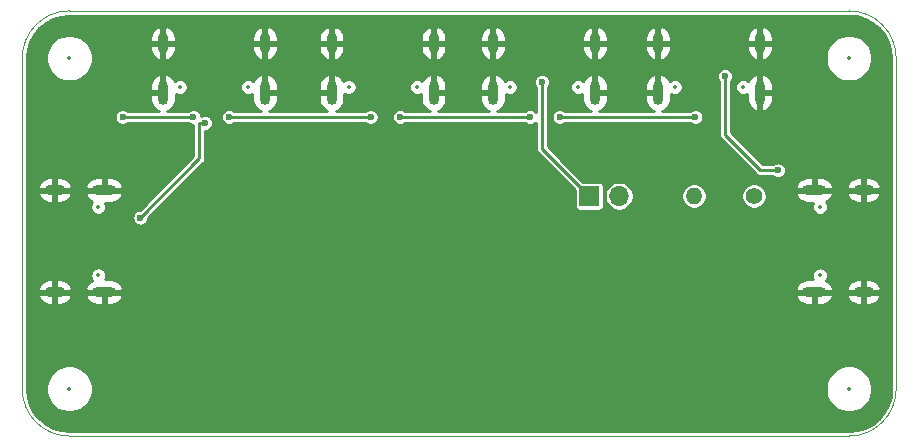
<source format=gbl>
%TF.GenerationSoftware,KiCad,Pcbnew,(5.1.12)-1*%
%TF.CreationDate,2022-03-20T11:52:15+09:00*%
%TF.ProjectId,NHK2022_usbc,4e484b32-3032-4325-9f75-7362632e6b69,rev?*%
%TF.SameCoordinates,PX29020c0PY4e33880*%
%TF.FileFunction,Copper,L2,Bot*%
%TF.FilePolarity,Positive*%
%FSLAX46Y46*%
G04 Gerber Fmt 4.6, Leading zero omitted, Abs format (unit mm)*
G04 Created by KiCad (PCBNEW (5.1.12)-1) date 2022-03-20 11:52:15*
%MOMM*%
%LPD*%
G01*
G04 APERTURE LIST*
%TA.AperFunction,Profile*%
%ADD10C,0.050000*%
%TD*%
%TA.AperFunction,ComponentPad*%
%ADD11O,1.400000X1.400000*%
%TD*%
%TA.AperFunction,ComponentPad*%
%ADD12C,1.400000*%
%TD*%
%TA.AperFunction,ComponentPad*%
%ADD13O,1.700000X1.700000*%
%TD*%
%TA.AperFunction,ComponentPad*%
%ADD14R,1.700000X1.700000*%
%TD*%
%TA.AperFunction,ComponentPad*%
%ADD15O,0.900000X1.700000*%
%TD*%
%TA.AperFunction,ComponentPad*%
%ADD16O,0.900000X2.000000*%
%TD*%
%TA.AperFunction,ComponentPad*%
%ADD17O,1.700000X0.900000*%
%TD*%
%TA.AperFunction,ComponentPad*%
%ADD18O,2.000000X0.900000*%
%TD*%
%TA.AperFunction,ViaPad*%
%ADD19C,0.600000*%
%TD*%
%TA.AperFunction,Conductor*%
%ADD20C,0.250000*%
%TD*%
%TA.AperFunction,Conductor*%
%ADD21C,0.254000*%
%TD*%
%TA.AperFunction,Conductor*%
%ADD22C,0.100000*%
%TD*%
%ADD23C,0.300000*%
%ADD24C,0.350000*%
%ADD25O,0.600000X1.400000*%
%ADD26O,0.600000X1.700000*%
%ADD27O,1.400000X0.600000*%
%ADD28O,1.700000X0.600000*%
G04 APERTURE END LIST*
D10*
X0Y32000000D02*
X0Y4000000D01*
X4000000Y0D02*
G75*
G02*
X0Y4000000I0J4000000D01*
G01*
X0Y32000000D02*
G75*
G02*
X4000000Y36000000I4000000J0D01*
G01*
X74000000Y32000000D02*
X74000000Y4000000D01*
X74000000Y4000000D02*
G75*
G02*
X70000000Y0I-4000000J0D01*
G01*
X70000000Y36000000D02*
G75*
G02*
X74000000Y32000000I0J-4000000D01*
G01*
X70000000Y36000000D02*
X4000000Y36000000D01*
X4000000Y0D02*
X70000000Y0D01*
D11*
%TO.P,R1,2*%
%TO.N,Net-(JP1-Pad2)*%
X56870000Y20310000D03*
D12*
%TO.P,R1,1*%
%TO.N,D-*%
X61950000Y20310000D03*
%TD*%
D13*
%TO.P,JP1,2*%
%TO.N,Net-(JP1-Pad2)*%
X50540000Y20310000D03*
D14*
%TO.P,JP1,1*%
%TO.N,D+*%
X48000000Y20310000D03*
%TD*%
D15*
%TO.P,J4,S1*%
%TO.N,GND*%
X39850000Y33250000D03*
X48490000Y33250000D03*
D16*
X39850000Y29080000D03*
X48490000Y29080000D03*
%TD*%
D15*
%TO.P,J5,S1*%
%TO.N,GND*%
X53820000Y33250000D03*
X62460000Y33250000D03*
D16*
X53820000Y29080000D03*
X62460000Y29080000D03*
%TD*%
D15*
%TO.P,J3,S1*%
%TO.N,GND*%
X26200000Y33250000D03*
X34840000Y33250000D03*
D16*
X26200000Y29080000D03*
X34840000Y29080000D03*
%TD*%
D15*
%TO.P,J2,S1*%
%TO.N,GND*%
X11910000Y33250000D03*
X20550000Y33250000D03*
D16*
X11910000Y29080000D03*
X20550000Y29080000D03*
%TD*%
D17*
%TO.P,J6,S1*%
%TO.N,GND*%
X71240000Y20820000D03*
X71240000Y12180000D03*
D18*
X67070000Y20820000D03*
X67070000Y12180000D03*
%TD*%
D17*
%TO.P,J1,S1*%
%TO.N,GND*%
X2760000Y12180000D03*
X2760000Y20820000D03*
D18*
X6930000Y12180000D03*
X6930000Y20820000D03*
%TD*%
D19*
%TO.N,D+*%
X59500000Y30500000D03*
X8500000Y27000000D03*
X14500000Y27000000D03*
X44000000Y30000000D03*
X64000000Y22500000D03*
%TO.N,D-*%
X15500000Y26500000D03*
X17500000Y27000000D03*
X29500000Y27000000D03*
X32000000Y27000000D03*
X43000000Y27000000D03*
X57000000Y27000000D03*
X45500000Y27000000D03*
X10000000Y18500000D03*
%TD*%
D20*
%TO.N,D+*%
X59500000Y30500000D02*
X59500000Y25500000D01*
X45330010Y22979990D02*
X48000000Y20310000D01*
X8500000Y27000000D02*
X14500000Y27000000D01*
X44000000Y24310000D02*
X45330010Y22979990D01*
X44000000Y30000000D02*
X44000000Y24310000D01*
X62500000Y22500000D02*
X59500000Y25500000D01*
X64000000Y22500000D02*
X62500000Y22500000D01*
%TO.N,D-*%
X15000000Y26500000D02*
X15500000Y26500000D01*
X17500000Y27000000D02*
X29500000Y27000000D01*
X32000000Y27000000D02*
X43000000Y27000000D01*
X46000000Y27000000D02*
X57000000Y27000000D01*
X45500000Y27000000D02*
X46000000Y27000000D01*
X15000000Y23500000D02*
X10000000Y18500000D01*
X15000000Y26500000D02*
X15000000Y23500000D01*
%TD*%
D21*
%TO.N,GND*%
X70697696Y35523644D02*
X71368824Y35321018D01*
X71987810Y34991898D01*
X72531084Y34548816D01*
X72977946Y34008653D01*
X73311381Y33391978D01*
X73518686Y32722284D01*
X73593976Y32005947D01*
X73594000Y31999166D01*
X73594001Y4019864D01*
X73523644Y3302304D01*
X73321017Y2631172D01*
X72991896Y2012186D01*
X72548815Y1468916D01*
X72008652Y1022054D01*
X71391977Y688619D01*
X70722284Y481314D01*
X70005947Y406024D01*
X69999166Y406000D01*
X4019854Y406000D01*
X3302304Y476356D01*
X2631172Y678983D01*
X2012186Y1008104D01*
X1468916Y1451185D01*
X1022054Y1991348D01*
X688619Y2608023D01*
X481314Y3277716D01*
X406024Y3994053D01*
X406000Y4000834D01*
X406000Y4195111D01*
X2019000Y4195111D01*
X2019000Y3804889D01*
X2095129Y3422164D01*
X2244461Y3061645D01*
X2461257Y2737186D01*
X2737186Y2461257D01*
X3061645Y2244461D01*
X3422164Y2095129D01*
X3804889Y2019000D01*
X4195111Y2019000D01*
X4577836Y2095129D01*
X4938355Y2244461D01*
X5262814Y2461257D01*
X5538743Y2737186D01*
X5755539Y3061645D01*
X5904871Y3422164D01*
X5981000Y3804889D01*
X5981000Y4195111D01*
X68019000Y4195111D01*
X68019000Y3804889D01*
X68095129Y3422164D01*
X68244461Y3061645D01*
X68461257Y2737186D01*
X68737186Y2461257D01*
X69061645Y2244461D01*
X69422164Y2095129D01*
X69804889Y2019000D01*
X70195111Y2019000D01*
X70577836Y2095129D01*
X70938355Y2244461D01*
X71262814Y2461257D01*
X71538743Y2737186D01*
X71755539Y3061645D01*
X71904871Y3422164D01*
X71981000Y3804889D01*
X71981000Y4195111D01*
X71904871Y4577836D01*
X71755539Y4938355D01*
X71538743Y5262814D01*
X71262814Y5538743D01*
X70938355Y5755539D01*
X70577836Y5904871D01*
X70195111Y5981000D01*
X69804889Y5981000D01*
X69422164Y5904871D01*
X69061645Y5755539D01*
X68737186Y5538743D01*
X68461257Y5262814D01*
X68244461Y4938355D01*
X68095129Y4577836D01*
X68019000Y4195111D01*
X5981000Y4195111D01*
X5904871Y4577836D01*
X5755539Y4938355D01*
X5538743Y5262814D01*
X5262814Y5538743D01*
X4938355Y5755539D01*
X4577836Y5904871D01*
X4195111Y5981000D01*
X3804889Y5981000D01*
X3422164Y5904871D01*
X3061645Y5755539D01*
X2737186Y5538743D01*
X2461257Y5262814D01*
X2244461Y4938355D01*
X2095129Y4577836D01*
X2019000Y4195111D01*
X406000Y4195111D01*
X406000Y11885999D01*
X1315592Y11885999D01*
X1387298Y11682803D01*
X1502986Y11502592D01*
X1651609Y11348413D01*
X1827455Y11226191D01*
X2023767Y11140624D01*
X2233000Y11095000D01*
X2633000Y11095000D01*
X2633000Y12053000D01*
X2887000Y12053000D01*
X2887000Y11095000D01*
X3287000Y11095000D01*
X3496233Y11140624D01*
X3692545Y11226191D01*
X3868391Y11348413D01*
X4017014Y11502592D01*
X4132702Y11682803D01*
X4204408Y11885999D01*
X5335592Y11885999D01*
X5407298Y11682803D01*
X5522986Y11502592D01*
X5671609Y11348413D01*
X5847455Y11226191D01*
X6043767Y11140624D01*
X6253000Y11095000D01*
X6803000Y11095000D01*
X6803000Y12053000D01*
X7057000Y12053000D01*
X7057000Y11095000D01*
X7607000Y11095000D01*
X7816233Y11140624D01*
X8012545Y11226191D01*
X8188391Y11348413D01*
X8337014Y11502592D01*
X8452702Y11682803D01*
X8524408Y11885999D01*
X65475592Y11885999D01*
X65547298Y11682803D01*
X65662986Y11502592D01*
X65811609Y11348413D01*
X65987455Y11226191D01*
X66183767Y11140624D01*
X66393000Y11095000D01*
X66943000Y11095000D01*
X66943000Y12053000D01*
X67197000Y12053000D01*
X67197000Y11095000D01*
X67747000Y11095000D01*
X67956233Y11140624D01*
X68152545Y11226191D01*
X68328391Y11348413D01*
X68477014Y11502592D01*
X68592702Y11682803D01*
X68664408Y11885999D01*
X69795592Y11885999D01*
X69867298Y11682803D01*
X69982986Y11502592D01*
X70131609Y11348413D01*
X70307455Y11226191D01*
X70503767Y11140624D01*
X70713000Y11095000D01*
X71113000Y11095000D01*
X71113000Y12053000D01*
X71367000Y12053000D01*
X71367000Y11095000D01*
X71767000Y11095000D01*
X71976233Y11140624D01*
X72172545Y11226191D01*
X72348391Y11348413D01*
X72497014Y11502592D01*
X72612702Y11682803D01*
X72684408Y11885999D01*
X72557502Y12053000D01*
X71367000Y12053000D01*
X71113000Y12053000D01*
X69922498Y12053000D01*
X69795592Y11885999D01*
X68664408Y11885999D01*
X68537502Y12053000D01*
X67197000Y12053000D01*
X66943000Y12053000D01*
X65602498Y12053000D01*
X65475592Y11885999D01*
X8524408Y11885999D01*
X8397502Y12053000D01*
X7057000Y12053000D01*
X6803000Y12053000D01*
X5462498Y12053000D01*
X5335592Y11885999D01*
X4204408Y11885999D01*
X4077502Y12053000D01*
X2887000Y12053000D01*
X2633000Y12053000D01*
X1442498Y12053000D01*
X1315592Y11885999D01*
X406000Y11885999D01*
X406000Y12474001D01*
X1315592Y12474001D01*
X1442498Y12307000D01*
X2633000Y12307000D01*
X2633000Y13265000D01*
X2887000Y13265000D01*
X2887000Y12307000D01*
X4077502Y12307000D01*
X4204408Y12474001D01*
X5335592Y12474001D01*
X5462498Y12307000D01*
X6803000Y12307000D01*
X6803000Y12327000D01*
X7057000Y12327000D01*
X7057000Y12307000D01*
X8397502Y12307000D01*
X8524408Y12474001D01*
X65475592Y12474001D01*
X65602498Y12307000D01*
X66943000Y12307000D01*
X66943000Y12327000D01*
X67197000Y12327000D01*
X67197000Y12307000D01*
X68537502Y12307000D01*
X68664408Y12474001D01*
X69795592Y12474001D01*
X69922498Y12307000D01*
X71113000Y12307000D01*
X71113000Y13265000D01*
X71367000Y13265000D01*
X71367000Y12307000D01*
X72557502Y12307000D01*
X72684408Y12474001D01*
X72612702Y12677197D01*
X72497014Y12857408D01*
X72348391Y13011587D01*
X72172545Y13133809D01*
X71976233Y13219376D01*
X71767000Y13265000D01*
X71367000Y13265000D01*
X71113000Y13265000D01*
X70713000Y13265000D01*
X70503767Y13219376D01*
X70307455Y13133809D01*
X70131609Y13011587D01*
X69982986Y12857408D01*
X69867298Y12677197D01*
X69795592Y12474001D01*
X68664408Y12474001D01*
X68592702Y12677197D01*
X68477014Y12857408D01*
X68328391Y13011587D01*
X68152545Y13133809D01*
X68071997Y13168918D01*
X68078967Y13175888D01*
X68153494Y13287426D01*
X68204829Y13411360D01*
X68231000Y13542927D01*
X68231000Y13677073D01*
X68204829Y13808640D01*
X68153494Y13932574D01*
X68078967Y14044112D01*
X67984112Y14138967D01*
X67872574Y14213494D01*
X67748640Y14264829D01*
X67617073Y14291000D01*
X67482927Y14291000D01*
X67351360Y14264829D01*
X67227426Y14213494D01*
X67115888Y14138967D01*
X67021033Y14044112D01*
X66946506Y13932574D01*
X66895171Y13808640D01*
X66869000Y13677073D01*
X66869000Y13542927D01*
X66895171Y13411360D01*
X66946506Y13287426D01*
X66961491Y13265000D01*
X66393000Y13265000D01*
X66183767Y13219376D01*
X65987455Y13133809D01*
X65811609Y13011587D01*
X65662986Y12857408D01*
X65547298Y12677197D01*
X65475592Y12474001D01*
X8524408Y12474001D01*
X8452702Y12677197D01*
X8337014Y12857408D01*
X8188391Y13011587D01*
X8012545Y13133809D01*
X7816233Y13219376D01*
X7607000Y13265000D01*
X7038509Y13265000D01*
X7053494Y13287426D01*
X7104829Y13411360D01*
X7131000Y13542927D01*
X7131000Y13677073D01*
X7104829Y13808640D01*
X7053494Y13932574D01*
X6978967Y14044112D01*
X6884112Y14138967D01*
X6772574Y14213494D01*
X6648640Y14264829D01*
X6517073Y14291000D01*
X6382927Y14291000D01*
X6251360Y14264829D01*
X6127426Y14213494D01*
X6015888Y14138967D01*
X5921033Y14044112D01*
X5846506Y13932574D01*
X5795171Y13808640D01*
X5769000Y13677073D01*
X5769000Y13542927D01*
X5795171Y13411360D01*
X5846506Y13287426D01*
X5921033Y13175888D01*
X5928003Y13168918D01*
X5847455Y13133809D01*
X5671609Y13011587D01*
X5522986Y12857408D01*
X5407298Y12677197D01*
X5335592Y12474001D01*
X4204408Y12474001D01*
X4132702Y12677197D01*
X4017014Y12857408D01*
X3868391Y13011587D01*
X3692545Y13133809D01*
X3496233Y13219376D01*
X3287000Y13265000D01*
X2887000Y13265000D01*
X2633000Y13265000D01*
X2233000Y13265000D01*
X2023767Y13219376D01*
X1827455Y13133809D01*
X1651609Y13011587D01*
X1502986Y12857408D01*
X1387298Y12677197D01*
X1315592Y12474001D01*
X406000Y12474001D01*
X406000Y20525999D01*
X1315592Y20525999D01*
X1387298Y20322803D01*
X1502986Y20142592D01*
X1651609Y19988413D01*
X1827455Y19866191D01*
X2023767Y19780624D01*
X2233000Y19735000D01*
X2633000Y19735000D01*
X2633000Y20693000D01*
X2887000Y20693000D01*
X2887000Y19735000D01*
X3287000Y19735000D01*
X3496233Y19780624D01*
X3692545Y19866191D01*
X3868391Y19988413D01*
X4017014Y20142592D01*
X4132702Y20322803D01*
X4204408Y20525999D01*
X5335592Y20525999D01*
X5407298Y20322803D01*
X5522986Y20142592D01*
X5671609Y19988413D01*
X5847455Y19866191D01*
X5928003Y19831082D01*
X5921033Y19824112D01*
X5846506Y19712574D01*
X5795171Y19588640D01*
X5769000Y19457073D01*
X5769000Y19322927D01*
X5795171Y19191360D01*
X5846506Y19067426D01*
X5921033Y18955888D01*
X6015888Y18861033D01*
X6127426Y18786506D01*
X6251360Y18735171D01*
X6382927Y18709000D01*
X6517073Y18709000D01*
X6648640Y18735171D01*
X6772574Y18786506D01*
X6884112Y18861033D01*
X6978967Y18955888D01*
X7053494Y19067426D01*
X7104829Y19191360D01*
X7131000Y19322927D01*
X7131000Y19457073D01*
X7104829Y19588640D01*
X7053494Y19712574D01*
X7038509Y19735000D01*
X7607000Y19735000D01*
X7816233Y19780624D01*
X8012545Y19866191D01*
X8188391Y19988413D01*
X8337014Y20142592D01*
X8452702Y20322803D01*
X8524408Y20525999D01*
X8397502Y20693000D01*
X7057000Y20693000D01*
X7057000Y20673000D01*
X6803000Y20673000D01*
X6803000Y20693000D01*
X5462498Y20693000D01*
X5335592Y20525999D01*
X4204408Y20525999D01*
X4077502Y20693000D01*
X2887000Y20693000D01*
X2633000Y20693000D01*
X1442498Y20693000D01*
X1315592Y20525999D01*
X406000Y20525999D01*
X406000Y21114001D01*
X1315592Y21114001D01*
X1442498Y20947000D01*
X2633000Y20947000D01*
X2633000Y21905000D01*
X2887000Y21905000D01*
X2887000Y20947000D01*
X4077502Y20947000D01*
X4204408Y21114001D01*
X5335592Y21114001D01*
X5462498Y20947000D01*
X6803000Y20947000D01*
X6803000Y21905000D01*
X7057000Y21905000D01*
X7057000Y20947000D01*
X8397502Y20947000D01*
X8524408Y21114001D01*
X8452702Y21317197D01*
X8337014Y21497408D01*
X8188391Y21651587D01*
X8012545Y21773809D01*
X7816233Y21859376D01*
X7607000Y21905000D01*
X7057000Y21905000D01*
X6803000Y21905000D01*
X6253000Y21905000D01*
X6043767Y21859376D01*
X5847455Y21773809D01*
X5671609Y21651587D01*
X5522986Y21497408D01*
X5407298Y21317197D01*
X5335592Y21114001D01*
X4204408Y21114001D01*
X4132702Y21317197D01*
X4017014Y21497408D01*
X3868391Y21651587D01*
X3692545Y21773809D01*
X3496233Y21859376D01*
X3287000Y21905000D01*
X2887000Y21905000D01*
X2633000Y21905000D01*
X2233000Y21905000D01*
X2023767Y21859376D01*
X1827455Y21773809D01*
X1651609Y21651587D01*
X1502986Y21497408D01*
X1387298Y21317197D01*
X1315592Y21114001D01*
X406000Y21114001D01*
X406000Y27067073D01*
X7819000Y27067073D01*
X7819000Y26932927D01*
X7845171Y26801360D01*
X7896506Y26677426D01*
X7971033Y26565888D01*
X8065888Y26471033D01*
X8177426Y26396506D01*
X8301360Y26345171D01*
X8432927Y26319000D01*
X8567073Y26319000D01*
X8698640Y26345171D01*
X8822574Y26396506D01*
X8934112Y26471033D01*
X8957079Y26494000D01*
X14042921Y26494000D01*
X14065888Y26471033D01*
X14177426Y26396506D01*
X14301360Y26345171D01*
X14432927Y26319000D01*
X14494000Y26319000D01*
X14494001Y23709593D01*
X9965409Y19181000D01*
X9932927Y19181000D01*
X9801360Y19154829D01*
X9677426Y19103494D01*
X9565888Y19028967D01*
X9471033Y18934112D01*
X9396506Y18822574D01*
X9345171Y18698640D01*
X9319000Y18567073D01*
X9319000Y18432927D01*
X9345171Y18301360D01*
X9396506Y18177426D01*
X9471033Y18065888D01*
X9565888Y17971033D01*
X9677426Y17896506D01*
X9801360Y17845171D01*
X9932927Y17819000D01*
X10067073Y17819000D01*
X10198640Y17845171D01*
X10322574Y17896506D01*
X10434112Y17971033D01*
X10528967Y18065888D01*
X10603494Y18177426D01*
X10654829Y18301360D01*
X10681000Y18432927D01*
X10681000Y18465409D01*
X15340220Y23124628D01*
X15359527Y23140473D01*
X15422759Y23217521D01*
X15469745Y23305425D01*
X15498678Y23400807D01*
X15506000Y23475146D01*
X15508448Y23500000D01*
X15506000Y23524854D01*
X15506000Y25819000D01*
X15567073Y25819000D01*
X15698640Y25845171D01*
X15822574Y25896506D01*
X15934112Y25971033D01*
X16028967Y26065888D01*
X16103494Y26177426D01*
X16154829Y26301360D01*
X16181000Y26432927D01*
X16181000Y26567073D01*
X16154829Y26698640D01*
X16103494Y26822574D01*
X16028967Y26934112D01*
X15934112Y27028967D01*
X15877083Y27067073D01*
X16819000Y27067073D01*
X16819000Y26932927D01*
X16845171Y26801360D01*
X16896506Y26677426D01*
X16971033Y26565888D01*
X17065888Y26471033D01*
X17177426Y26396506D01*
X17301360Y26345171D01*
X17432927Y26319000D01*
X17567073Y26319000D01*
X17698640Y26345171D01*
X17822574Y26396506D01*
X17934112Y26471033D01*
X17957079Y26494000D01*
X29042921Y26494000D01*
X29065888Y26471033D01*
X29177426Y26396506D01*
X29301360Y26345171D01*
X29432927Y26319000D01*
X29567073Y26319000D01*
X29698640Y26345171D01*
X29822574Y26396506D01*
X29934112Y26471033D01*
X30028967Y26565888D01*
X30103494Y26677426D01*
X30154829Y26801360D01*
X30181000Y26932927D01*
X30181000Y27067073D01*
X31319000Y27067073D01*
X31319000Y26932927D01*
X31345171Y26801360D01*
X31396506Y26677426D01*
X31471033Y26565888D01*
X31565888Y26471033D01*
X31677426Y26396506D01*
X31801360Y26345171D01*
X31932927Y26319000D01*
X32067073Y26319000D01*
X32198640Y26345171D01*
X32322574Y26396506D01*
X32434112Y26471033D01*
X32457079Y26494000D01*
X42542921Y26494000D01*
X42565888Y26471033D01*
X42677426Y26396506D01*
X42801360Y26345171D01*
X42932927Y26319000D01*
X43067073Y26319000D01*
X43198640Y26345171D01*
X43322574Y26396506D01*
X43434112Y26471033D01*
X43494001Y26530922D01*
X43494001Y24334856D01*
X43491553Y24310000D01*
X43501322Y24210808D01*
X43530255Y24115426D01*
X43530256Y24115425D01*
X43577242Y24027521D01*
X43640474Y23950473D01*
X43659780Y23934629D01*
X44989788Y22604620D01*
X44989794Y22604615D01*
X46767157Y20827251D01*
X46767157Y19460000D01*
X46774513Y19385311D01*
X46796299Y19313492D01*
X46831678Y19247304D01*
X46879289Y19189289D01*
X46937304Y19141678D01*
X47003492Y19106299D01*
X47075311Y19084513D01*
X47150000Y19077157D01*
X48850000Y19077157D01*
X48924689Y19084513D01*
X48996508Y19106299D01*
X49062696Y19141678D01*
X49120711Y19189289D01*
X49168322Y19247304D01*
X49203701Y19313492D01*
X49225487Y19385311D01*
X49232843Y19460000D01*
X49232843Y20431243D01*
X49309000Y20431243D01*
X49309000Y20188757D01*
X49356307Y19950931D01*
X49449102Y19726903D01*
X49583820Y19525283D01*
X49755283Y19353820D01*
X49956903Y19219102D01*
X50180931Y19126307D01*
X50418757Y19079000D01*
X50661243Y19079000D01*
X50899069Y19126307D01*
X51123097Y19219102D01*
X51324717Y19353820D01*
X51496180Y19525283D01*
X51630898Y19726903D01*
X51723693Y19950931D01*
X51771000Y20188757D01*
X51771000Y20416469D01*
X55789000Y20416469D01*
X55789000Y20203531D01*
X55830543Y19994684D01*
X55912031Y19797955D01*
X56030333Y19620903D01*
X56180903Y19470333D01*
X56357955Y19352031D01*
X56554684Y19270543D01*
X56763531Y19229000D01*
X56976469Y19229000D01*
X57185316Y19270543D01*
X57382045Y19352031D01*
X57559097Y19470333D01*
X57709667Y19620903D01*
X57827969Y19797955D01*
X57909457Y19994684D01*
X57951000Y20203531D01*
X57951000Y20416469D01*
X60869000Y20416469D01*
X60869000Y20203531D01*
X60910543Y19994684D01*
X60992031Y19797955D01*
X61110333Y19620903D01*
X61260903Y19470333D01*
X61437955Y19352031D01*
X61634684Y19270543D01*
X61843531Y19229000D01*
X62056469Y19229000D01*
X62265316Y19270543D01*
X62462045Y19352031D01*
X62639097Y19470333D01*
X62789667Y19620903D01*
X62907969Y19797955D01*
X62989457Y19994684D01*
X63031000Y20203531D01*
X63031000Y20416469D01*
X63009213Y20525999D01*
X65475592Y20525999D01*
X65547298Y20322803D01*
X65662986Y20142592D01*
X65811609Y19988413D01*
X65987455Y19866191D01*
X66183767Y19780624D01*
X66393000Y19735000D01*
X66961491Y19735000D01*
X66946506Y19712574D01*
X66895171Y19588640D01*
X66869000Y19457073D01*
X66869000Y19322927D01*
X66895171Y19191360D01*
X66946506Y19067426D01*
X67021033Y18955888D01*
X67115888Y18861033D01*
X67227426Y18786506D01*
X67351360Y18735171D01*
X67482927Y18709000D01*
X67617073Y18709000D01*
X67748640Y18735171D01*
X67872574Y18786506D01*
X67984112Y18861033D01*
X68078967Y18955888D01*
X68153494Y19067426D01*
X68204829Y19191360D01*
X68231000Y19322927D01*
X68231000Y19457073D01*
X68204829Y19588640D01*
X68153494Y19712574D01*
X68078967Y19824112D01*
X68071997Y19831082D01*
X68152545Y19866191D01*
X68328391Y19988413D01*
X68477014Y20142592D01*
X68592702Y20322803D01*
X68664408Y20525999D01*
X69795592Y20525999D01*
X69867298Y20322803D01*
X69982986Y20142592D01*
X70131609Y19988413D01*
X70307455Y19866191D01*
X70503767Y19780624D01*
X70713000Y19735000D01*
X71113000Y19735000D01*
X71113000Y20693000D01*
X71367000Y20693000D01*
X71367000Y19735000D01*
X71767000Y19735000D01*
X71976233Y19780624D01*
X72172545Y19866191D01*
X72348391Y19988413D01*
X72497014Y20142592D01*
X72612702Y20322803D01*
X72684408Y20525999D01*
X72557502Y20693000D01*
X71367000Y20693000D01*
X71113000Y20693000D01*
X69922498Y20693000D01*
X69795592Y20525999D01*
X68664408Y20525999D01*
X68537502Y20693000D01*
X67197000Y20693000D01*
X67197000Y20673000D01*
X66943000Y20673000D01*
X66943000Y20693000D01*
X65602498Y20693000D01*
X65475592Y20525999D01*
X63009213Y20525999D01*
X62989457Y20625316D01*
X62907969Y20822045D01*
X62789667Y20999097D01*
X62674763Y21114001D01*
X65475592Y21114001D01*
X65602498Y20947000D01*
X66943000Y20947000D01*
X66943000Y21905000D01*
X67197000Y21905000D01*
X67197000Y20947000D01*
X68537502Y20947000D01*
X68664408Y21114001D01*
X69795592Y21114001D01*
X69922498Y20947000D01*
X71113000Y20947000D01*
X71113000Y21905000D01*
X71367000Y21905000D01*
X71367000Y20947000D01*
X72557502Y20947000D01*
X72684408Y21114001D01*
X72612702Y21317197D01*
X72497014Y21497408D01*
X72348391Y21651587D01*
X72172545Y21773809D01*
X71976233Y21859376D01*
X71767000Y21905000D01*
X71367000Y21905000D01*
X71113000Y21905000D01*
X70713000Y21905000D01*
X70503767Y21859376D01*
X70307455Y21773809D01*
X70131609Y21651587D01*
X69982986Y21497408D01*
X69867298Y21317197D01*
X69795592Y21114001D01*
X68664408Y21114001D01*
X68592702Y21317197D01*
X68477014Y21497408D01*
X68328391Y21651587D01*
X68152545Y21773809D01*
X67956233Y21859376D01*
X67747000Y21905000D01*
X67197000Y21905000D01*
X66943000Y21905000D01*
X66393000Y21905000D01*
X66183767Y21859376D01*
X65987455Y21773809D01*
X65811609Y21651587D01*
X65662986Y21497408D01*
X65547298Y21317197D01*
X65475592Y21114001D01*
X62674763Y21114001D01*
X62639097Y21149667D01*
X62462045Y21267969D01*
X62265316Y21349457D01*
X62056469Y21391000D01*
X61843531Y21391000D01*
X61634684Y21349457D01*
X61437955Y21267969D01*
X61260903Y21149667D01*
X61110333Y20999097D01*
X60992031Y20822045D01*
X60910543Y20625316D01*
X60869000Y20416469D01*
X57951000Y20416469D01*
X57909457Y20625316D01*
X57827969Y20822045D01*
X57709667Y20999097D01*
X57559097Y21149667D01*
X57382045Y21267969D01*
X57185316Y21349457D01*
X56976469Y21391000D01*
X56763531Y21391000D01*
X56554684Y21349457D01*
X56357955Y21267969D01*
X56180903Y21149667D01*
X56030333Y20999097D01*
X55912031Y20822045D01*
X55830543Y20625316D01*
X55789000Y20416469D01*
X51771000Y20416469D01*
X51771000Y20431243D01*
X51723693Y20669069D01*
X51630898Y20893097D01*
X51496180Y21094717D01*
X51324717Y21266180D01*
X51123097Y21400898D01*
X50899069Y21493693D01*
X50661243Y21541000D01*
X50418757Y21541000D01*
X50180931Y21493693D01*
X49956903Y21400898D01*
X49755283Y21266180D01*
X49583820Y21094717D01*
X49449102Y20893097D01*
X49356307Y20669069D01*
X49309000Y20431243D01*
X49232843Y20431243D01*
X49232843Y21160000D01*
X49225487Y21234689D01*
X49203701Y21306508D01*
X49168322Y21372696D01*
X49120711Y21430711D01*
X49062696Y21478322D01*
X48996508Y21513701D01*
X48924689Y21535487D01*
X48850000Y21542843D01*
X47482749Y21542843D01*
X45705385Y23320206D01*
X45705380Y23320212D01*
X44506000Y24519591D01*
X44506000Y27067073D01*
X44819000Y27067073D01*
X44819000Y26932927D01*
X44845171Y26801360D01*
X44896506Y26677426D01*
X44971033Y26565888D01*
X45065888Y26471033D01*
X45177426Y26396506D01*
X45301360Y26345171D01*
X45432927Y26319000D01*
X45567073Y26319000D01*
X45698640Y26345171D01*
X45822574Y26396506D01*
X45934112Y26471033D01*
X45957079Y26494000D01*
X56542921Y26494000D01*
X56565888Y26471033D01*
X56677426Y26396506D01*
X56801360Y26345171D01*
X56932927Y26319000D01*
X57067073Y26319000D01*
X57198640Y26345171D01*
X57322574Y26396506D01*
X57434112Y26471033D01*
X57528967Y26565888D01*
X57603494Y26677426D01*
X57654829Y26801360D01*
X57681000Y26932927D01*
X57681000Y27067073D01*
X57654829Y27198640D01*
X57603494Y27322574D01*
X57528967Y27434112D01*
X57434112Y27528967D01*
X57322574Y27603494D01*
X57198640Y27654829D01*
X57067073Y27681000D01*
X56932927Y27681000D01*
X56801360Y27654829D01*
X56677426Y27603494D01*
X56565888Y27528967D01*
X56542921Y27506000D01*
X54171832Y27506000D01*
X54317197Y27557298D01*
X54497408Y27672986D01*
X54651587Y27821609D01*
X54773809Y27997455D01*
X54859376Y28193767D01*
X54905000Y28403000D01*
X54905000Y28971491D01*
X54927426Y28956506D01*
X55051360Y28905171D01*
X55182927Y28879000D01*
X55317073Y28879000D01*
X55448640Y28905171D01*
X55572574Y28956506D01*
X55684112Y29031033D01*
X55778967Y29125888D01*
X55853494Y29237426D01*
X55904829Y29361360D01*
X55931000Y29492927D01*
X55931000Y29627073D01*
X55904829Y29758640D01*
X55853494Y29882574D01*
X55778967Y29994112D01*
X55684112Y30088967D01*
X55572574Y30163494D01*
X55448640Y30214829D01*
X55317073Y30241000D01*
X55182927Y30241000D01*
X55051360Y30214829D01*
X54927426Y30163494D01*
X54815888Y30088967D01*
X54808918Y30081997D01*
X54773809Y30162545D01*
X54651587Y30338391D01*
X54497408Y30487014D01*
X54372698Y30567073D01*
X58819000Y30567073D01*
X58819000Y30432927D01*
X58845171Y30301360D01*
X58896506Y30177426D01*
X58971033Y30065888D01*
X58994000Y30042921D01*
X58994001Y25524856D01*
X58991553Y25500000D01*
X59001322Y25400808D01*
X59030255Y25305426D01*
X59030256Y25305425D01*
X59077242Y25217521D01*
X59140474Y25140473D01*
X59159781Y25124628D01*
X62124628Y22159780D01*
X62140473Y22140473D01*
X62217521Y22077241D01*
X62305425Y22030255D01*
X62400807Y22001322D01*
X62500000Y21991552D01*
X62524854Y21994000D01*
X63542921Y21994000D01*
X63565888Y21971033D01*
X63677426Y21896506D01*
X63801360Y21845171D01*
X63932927Y21819000D01*
X64067073Y21819000D01*
X64198640Y21845171D01*
X64322574Y21896506D01*
X64434112Y21971033D01*
X64528967Y22065888D01*
X64603494Y22177426D01*
X64654829Y22301360D01*
X64681000Y22432927D01*
X64681000Y22567073D01*
X64654829Y22698640D01*
X64603494Y22822574D01*
X64528967Y22934112D01*
X64434112Y23028967D01*
X64322574Y23103494D01*
X64198640Y23154829D01*
X64067073Y23181000D01*
X63932927Y23181000D01*
X63801360Y23154829D01*
X63677426Y23103494D01*
X63565888Y23028967D01*
X63542921Y23006000D01*
X62709592Y23006000D01*
X60006000Y25709591D01*
X60006000Y29627073D01*
X60349000Y29627073D01*
X60349000Y29492927D01*
X60375171Y29361360D01*
X60426506Y29237426D01*
X60501033Y29125888D01*
X60595888Y29031033D01*
X60707426Y28956506D01*
X60831360Y28905171D01*
X60962927Y28879000D01*
X61097073Y28879000D01*
X61228640Y28905171D01*
X61352574Y28956506D01*
X61375000Y28971491D01*
X61375000Y28403000D01*
X61420624Y28193767D01*
X61506191Y27997455D01*
X61628413Y27821609D01*
X61782592Y27672986D01*
X61962803Y27557298D01*
X62165999Y27485592D01*
X62333000Y27612498D01*
X62333000Y28953000D01*
X62587000Y28953000D01*
X62587000Y27612498D01*
X62754001Y27485592D01*
X62957197Y27557298D01*
X63137408Y27672986D01*
X63291587Y27821609D01*
X63413809Y27997455D01*
X63499376Y28193767D01*
X63545000Y28403000D01*
X63545000Y28953000D01*
X62587000Y28953000D01*
X62333000Y28953000D01*
X62313000Y28953000D01*
X62313000Y29207000D01*
X62333000Y29207000D01*
X62333000Y30547502D01*
X62587000Y30547502D01*
X62587000Y29207000D01*
X63545000Y29207000D01*
X63545000Y29757000D01*
X63499376Y29966233D01*
X63413809Y30162545D01*
X63291587Y30338391D01*
X63137408Y30487014D01*
X62957197Y30602702D01*
X62754001Y30674408D01*
X62587000Y30547502D01*
X62333000Y30547502D01*
X62165999Y30674408D01*
X61962803Y30602702D01*
X61782592Y30487014D01*
X61628413Y30338391D01*
X61506191Y30162545D01*
X61471082Y30081997D01*
X61464112Y30088967D01*
X61352574Y30163494D01*
X61228640Y30214829D01*
X61097073Y30241000D01*
X60962927Y30241000D01*
X60831360Y30214829D01*
X60707426Y30163494D01*
X60595888Y30088967D01*
X60501033Y29994112D01*
X60426506Y29882574D01*
X60375171Y29758640D01*
X60349000Y29627073D01*
X60006000Y29627073D01*
X60006000Y30042921D01*
X60028967Y30065888D01*
X60103494Y30177426D01*
X60154829Y30301360D01*
X60181000Y30432927D01*
X60181000Y30567073D01*
X60154829Y30698640D01*
X60103494Y30822574D01*
X60028967Y30934112D01*
X59934112Y31028967D01*
X59822574Y31103494D01*
X59698640Y31154829D01*
X59567073Y31181000D01*
X59432927Y31181000D01*
X59301360Y31154829D01*
X59177426Y31103494D01*
X59065888Y31028967D01*
X58971033Y30934112D01*
X58896506Y30822574D01*
X58845171Y30698640D01*
X58819000Y30567073D01*
X54372698Y30567073D01*
X54317197Y30602702D01*
X54114001Y30674408D01*
X53947000Y30547502D01*
X53947000Y29207000D01*
X53967000Y29207000D01*
X53967000Y28953000D01*
X53947000Y28953000D01*
X53947000Y28933000D01*
X53693000Y28933000D01*
X53693000Y28953000D01*
X52735000Y28953000D01*
X52735000Y28403000D01*
X52780624Y28193767D01*
X52866191Y27997455D01*
X52988413Y27821609D01*
X53142592Y27672986D01*
X53322803Y27557298D01*
X53468168Y27506000D01*
X48841832Y27506000D01*
X48987197Y27557298D01*
X49167408Y27672986D01*
X49321587Y27821609D01*
X49443809Y27997455D01*
X49529376Y28193767D01*
X49575000Y28403000D01*
X49575000Y28953000D01*
X48617000Y28953000D01*
X48617000Y28933000D01*
X48363000Y28933000D01*
X48363000Y28953000D01*
X48343000Y28953000D01*
X48343000Y29207000D01*
X48363000Y29207000D01*
X48363000Y30547502D01*
X48617000Y30547502D01*
X48617000Y29207000D01*
X49575000Y29207000D01*
X49575000Y29757000D01*
X52735000Y29757000D01*
X52735000Y29207000D01*
X53693000Y29207000D01*
X53693000Y30547502D01*
X53525999Y30674408D01*
X53322803Y30602702D01*
X53142592Y30487014D01*
X52988413Y30338391D01*
X52866191Y30162545D01*
X52780624Y29966233D01*
X52735000Y29757000D01*
X49575000Y29757000D01*
X49529376Y29966233D01*
X49443809Y30162545D01*
X49321587Y30338391D01*
X49167408Y30487014D01*
X48987197Y30602702D01*
X48784001Y30674408D01*
X48617000Y30547502D01*
X48363000Y30547502D01*
X48195999Y30674408D01*
X47992803Y30602702D01*
X47812592Y30487014D01*
X47658413Y30338391D01*
X47536191Y30162545D01*
X47501082Y30081997D01*
X47494112Y30088967D01*
X47382574Y30163494D01*
X47258640Y30214829D01*
X47127073Y30241000D01*
X46992927Y30241000D01*
X46861360Y30214829D01*
X46737426Y30163494D01*
X46625888Y30088967D01*
X46531033Y29994112D01*
X46456506Y29882574D01*
X46405171Y29758640D01*
X46379000Y29627073D01*
X46379000Y29492927D01*
X46405171Y29361360D01*
X46456506Y29237426D01*
X46531033Y29125888D01*
X46625888Y29031033D01*
X46737426Y28956506D01*
X46861360Y28905171D01*
X46992927Y28879000D01*
X47127073Y28879000D01*
X47258640Y28905171D01*
X47382574Y28956506D01*
X47405000Y28971491D01*
X47405000Y28403000D01*
X47450624Y28193767D01*
X47536191Y27997455D01*
X47658413Y27821609D01*
X47812592Y27672986D01*
X47992803Y27557298D01*
X48138168Y27506000D01*
X45957079Y27506000D01*
X45934112Y27528967D01*
X45822574Y27603494D01*
X45698640Y27654829D01*
X45567073Y27681000D01*
X45432927Y27681000D01*
X45301360Y27654829D01*
X45177426Y27603494D01*
X45065888Y27528967D01*
X44971033Y27434112D01*
X44896506Y27322574D01*
X44845171Y27198640D01*
X44819000Y27067073D01*
X44506000Y27067073D01*
X44506000Y29542921D01*
X44528967Y29565888D01*
X44603494Y29677426D01*
X44654829Y29801360D01*
X44681000Y29932927D01*
X44681000Y30067073D01*
X44654829Y30198640D01*
X44603494Y30322574D01*
X44528967Y30434112D01*
X44434112Y30528967D01*
X44322574Y30603494D01*
X44198640Y30654829D01*
X44067073Y30681000D01*
X43932927Y30681000D01*
X43801360Y30654829D01*
X43677426Y30603494D01*
X43565888Y30528967D01*
X43471033Y30434112D01*
X43396506Y30322574D01*
X43345171Y30198640D01*
X43319000Y30067073D01*
X43319000Y29932927D01*
X43345171Y29801360D01*
X43396506Y29677426D01*
X43471033Y29565888D01*
X43494000Y29542921D01*
X43494000Y27469079D01*
X43434112Y27528967D01*
X43322574Y27603494D01*
X43198640Y27654829D01*
X43067073Y27681000D01*
X42932927Y27681000D01*
X42801360Y27654829D01*
X42677426Y27603494D01*
X42565888Y27528967D01*
X42542921Y27506000D01*
X40201832Y27506000D01*
X40347197Y27557298D01*
X40527408Y27672986D01*
X40681587Y27821609D01*
X40803809Y27997455D01*
X40889376Y28193767D01*
X40935000Y28403000D01*
X40935000Y28971491D01*
X40957426Y28956506D01*
X41081360Y28905171D01*
X41212927Y28879000D01*
X41347073Y28879000D01*
X41478640Y28905171D01*
X41602574Y28956506D01*
X41714112Y29031033D01*
X41808967Y29125888D01*
X41883494Y29237426D01*
X41934829Y29361360D01*
X41961000Y29492927D01*
X41961000Y29627073D01*
X41934829Y29758640D01*
X41883494Y29882574D01*
X41808967Y29994112D01*
X41714112Y30088967D01*
X41602574Y30163494D01*
X41478640Y30214829D01*
X41347073Y30241000D01*
X41212927Y30241000D01*
X41081360Y30214829D01*
X40957426Y30163494D01*
X40845888Y30088967D01*
X40838918Y30081997D01*
X40803809Y30162545D01*
X40681587Y30338391D01*
X40527408Y30487014D01*
X40347197Y30602702D01*
X40144001Y30674408D01*
X39977000Y30547502D01*
X39977000Y29207000D01*
X39997000Y29207000D01*
X39997000Y28953000D01*
X39977000Y28953000D01*
X39977000Y28933000D01*
X39723000Y28933000D01*
X39723000Y28953000D01*
X38765000Y28953000D01*
X38765000Y28403000D01*
X38810624Y28193767D01*
X38896191Y27997455D01*
X39018413Y27821609D01*
X39172592Y27672986D01*
X39352803Y27557298D01*
X39498168Y27506000D01*
X35191832Y27506000D01*
X35337197Y27557298D01*
X35517408Y27672986D01*
X35671587Y27821609D01*
X35793809Y27997455D01*
X35879376Y28193767D01*
X35925000Y28403000D01*
X35925000Y28953000D01*
X34967000Y28953000D01*
X34967000Y28933000D01*
X34713000Y28933000D01*
X34713000Y28953000D01*
X34693000Y28953000D01*
X34693000Y29207000D01*
X34713000Y29207000D01*
X34713000Y30547502D01*
X34967000Y30547502D01*
X34967000Y29207000D01*
X35925000Y29207000D01*
X35925000Y29757000D01*
X38765000Y29757000D01*
X38765000Y29207000D01*
X39723000Y29207000D01*
X39723000Y30547502D01*
X39555999Y30674408D01*
X39352803Y30602702D01*
X39172592Y30487014D01*
X39018413Y30338391D01*
X38896191Y30162545D01*
X38810624Y29966233D01*
X38765000Y29757000D01*
X35925000Y29757000D01*
X35879376Y29966233D01*
X35793809Y30162545D01*
X35671587Y30338391D01*
X35517408Y30487014D01*
X35337197Y30602702D01*
X35134001Y30674408D01*
X34967000Y30547502D01*
X34713000Y30547502D01*
X34545999Y30674408D01*
X34342803Y30602702D01*
X34162592Y30487014D01*
X34008413Y30338391D01*
X33886191Y30162545D01*
X33851082Y30081997D01*
X33844112Y30088967D01*
X33732574Y30163494D01*
X33608640Y30214829D01*
X33477073Y30241000D01*
X33342927Y30241000D01*
X33211360Y30214829D01*
X33087426Y30163494D01*
X32975888Y30088967D01*
X32881033Y29994112D01*
X32806506Y29882574D01*
X32755171Y29758640D01*
X32729000Y29627073D01*
X32729000Y29492927D01*
X32755171Y29361360D01*
X32806506Y29237426D01*
X32881033Y29125888D01*
X32975888Y29031033D01*
X33087426Y28956506D01*
X33211360Y28905171D01*
X33342927Y28879000D01*
X33477073Y28879000D01*
X33608640Y28905171D01*
X33732574Y28956506D01*
X33755000Y28971491D01*
X33755000Y28403000D01*
X33800624Y28193767D01*
X33886191Y27997455D01*
X34008413Y27821609D01*
X34162592Y27672986D01*
X34342803Y27557298D01*
X34488168Y27506000D01*
X32457079Y27506000D01*
X32434112Y27528967D01*
X32322574Y27603494D01*
X32198640Y27654829D01*
X32067073Y27681000D01*
X31932927Y27681000D01*
X31801360Y27654829D01*
X31677426Y27603494D01*
X31565888Y27528967D01*
X31471033Y27434112D01*
X31396506Y27322574D01*
X31345171Y27198640D01*
X31319000Y27067073D01*
X30181000Y27067073D01*
X30154829Y27198640D01*
X30103494Y27322574D01*
X30028967Y27434112D01*
X29934112Y27528967D01*
X29822574Y27603494D01*
X29698640Y27654829D01*
X29567073Y27681000D01*
X29432927Y27681000D01*
X29301360Y27654829D01*
X29177426Y27603494D01*
X29065888Y27528967D01*
X29042921Y27506000D01*
X26551832Y27506000D01*
X26697197Y27557298D01*
X26877408Y27672986D01*
X27031587Y27821609D01*
X27153809Y27997455D01*
X27239376Y28193767D01*
X27285000Y28403000D01*
X27285000Y28971491D01*
X27307426Y28956506D01*
X27431360Y28905171D01*
X27562927Y28879000D01*
X27697073Y28879000D01*
X27828640Y28905171D01*
X27952574Y28956506D01*
X28064112Y29031033D01*
X28158967Y29125888D01*
X28233494Y29237426D01*
X28284829Y29361360D01*
X28311000Y29492927D01*
X28311000Y29627073D01*
X28284829Y29758640D01*
X28233494Y29882574D01*
X28158967Y29994112D01*
X28064112Y30088967D01*
X27952574Y30163494D01*
X27828640Y30214829D01*
X27697073Y30241000D01*
X27562927Y30241000D01*
X27431360Y30214829D01*
X27307426Y30163494D01*
X27195888Y30088967D01*
X27188918Y30081997D01*
X27153809Y30162545D01*
X27031587Y30338391D01*
X26877408Y30487014D01*
X26697197Y30602702D01*
X26494001Y30674408D01*
X26327000Y30547502D01*
X26327000Y29207000D01*
X26347000Y29207000D01*
X26347000Y28953000D01*
X26327000Y28953000D01*
X26327000Y28933000D01*
X26073000Y28933000D01*
X26073000Y28953000D01*
X25115000Y28953000D01*
X25115000Y28403000D01*
X25160624Y28193767D01*
X25246191Y27997455D01*
X25368413Y27821609D01*
X25522592Y27672986D01*
X25702803Y27557298D01*
X25848168Y27506000D01*
X20901832Y27506000D01*
X21047197Y27557298D01*
X21227408Y27672986D01*
X21381587Y27821609D01*
X21503809Y27997455D01*
X21589376Y28193767D01*
X21635000Y28403000D01*
X21635000Y28953000D01*
X20677000Y28953000D01*
X20677000Y28933000D01*
X20423000Y28933000D01*
X20423000Y28953000D01*
X20403000Y28953000D01*
X20403000Y29207000D01*
X20423000Y29207000D01*
X20423000Y30547502D01*
X20677000Y30547502D01*
X20677000Y29207000D01*
X21635000Y29207000D01*
X21635000Y29757000D01*
X25115000Y29757000D01*
X25115000Y29207000D01*
X26073000Y29207000D01*
X26073000Y30547502D01*
X25905999Y30674408D01*
X25702803Y30602702D01*
X25522592Y30487014D01*
X25368413Y30338391D01*
X25246191Y30162545D01*
X25160624Y29966233D01*
X25115000Y29757000D01*
X21635000Y29757000D01*
X21589376Y29966233D01*
X21503809Y30162545D01*
X21381587Y30338391D01*
X21227408Y30487014D01*
X21047197Y30602702D01*
X20844001Y30674408D01*
X20677000Y30547502D01*
X20423000Y30547502D01*
X20255999Y30674408D01*
X20052803Y30602702D01*
X19872592Y30487014D01*
X19718413Y30338391D01*
X19596191Y30162545D01*
X19561082Y30081997D01*
X19554112Y30088967D01*
X19442574Y30163494D01*
X19318640Y30214829D01*
X19187073Y30241000D01*
X19052927Y30241000D01*
X18921360Y30214829D01*
X18797426Y30163494D01*
X18685888Y30088967D01*
X18591033Y29994112D01*
X18516506Y29882574D01*
X18465171Y29758640D01*
X18439000Y29627073D01*
X18439000Y29492927D01*
X18465171Y29361360D01*
X18516506Y29237426D01*
X18591033Y29125888D01*
X18685888Y29031033D01*
X18797426Y28956506D01*
X18921360Y28905171D01*
X19052927Y28879000D01*
X19187073Y28879000D01*
X19318640Y28905171D01*
X19442574Y28956506D01*
X19465000Y28971491D01*
X19465000Y28403000D01*
X19510624Y28193767D01*
X19596191Y27997455D01*
X19718413Y27821609D01*
X19872592Y27672986D01*
X20052803Y27557298D01*
X20198168Y27506000D01*
X17957079Y27506000D01*
X17934112Y27528967D01*
X17822574Y27603494D01*
X17698640Y27654829D01*
X17567073Y27681000D01*
X17432927Y27681000D01*
X17301360Y27654829D01*
X17177426Y27603494D01*
X17065888Y27528967D01*
X16971033Y27434112D01*
X16896506Y27322574D01*
X16845171Y27198640D01*
X16819000Y27067073D01*
X15877083Y27067073D01*
X15822574Y27103494D01*
X15698640Y27154829D01*
X15567073Y27181000D01*
X15432927Y27181000D01*
X15301360Y27154829D01*
X15177426Y27103494D01*
X15174186Y27101329D01*
X15154829Y27198640D01*
X15103494Y27322574D01*
X15028967Y27434112D01*
X14934112Y27528967D01*
X14822574Y27603494D01*
X14698640Y27654829D01*
X14567073Y27681000D01*
X14432927Y27681000D01*
X14301360Y27654829D01*
X14177426Y27603494D01*
X14065888Y27528967D01*
X14042921Y27506000D01*
X12261832Y27506000D01*
X12407197Y27557298D01*
X12587408Y27672986D01*
X12741587Y27821609D01*
X12863809Y27997455D01*
X12949376Y28193767D01*
X12995000Y28403000D01*
X12995000Y28971491D01*
X13017426Y28956506D01*
X13141360Y28905171D01*
X13272927Y28879000D01*
X13407073Y28879000D01*
X13538640Y28905171D01*
X13662574Y28956506D01*
X13774112Y29031033D01*
X13868967Y29125888D01*
X13943494Y29237426D01*
X13994829Y29361360D01*
X14021000Y29492927D01*
X14021000Y29627073D01*
X13994829Y29758640D01*
X13943494Y29882574D01*
X13868967Y29994112D01*
X13774112Y30088967D01*
X13662574Y30163494D01*
X13538640Y30214829D01*
X13407073Y30241000D01*
X13272927Y30241000D01*
X13141360Y30214829D01*
X13017426Y30163494D01*
X12905888Y30088967D01*
X12898918Y30081997D01*
X12863809Y30162545D01*
X12741587Y30338391D01*
X12587408Y30487014D01*
X12407197Y30602702D01*
X12204001Y30674408D01*
X12037000Y30547502D01*
X12037000Y29207000D01*
X12057000Y29207000D01*
X12057000Y28953000D01*
X12037000Y28953000D01*
X12037000Y28933000D01*
X11783000Y28933000D01*
X11783000Y28953000D01*
X10825000Y28953000D01*
X10825000Y28403000D01*
X10870624Y28193767D01*
X10956191Y27997455D01*
X11078413Y27821609D01*
X11232592Y27672986D01*
X11412803Y27557298D01*
X11558168Y27506000D01*
X8957079Y27506000D01*
X8934112Y27528967D01*
X8822574Y27603494D01*
X8698640Y27654829D01*
X8567073Y27681000D01*
X8432927Y27681000D01*
X8301360Y27654829D01*
X8177426Y27603494D01*
X8065888Y27528967D01*
X7971033Y27434112D01*
X7896506Y27322574D01*
X7845171Y27198640D01*
X7819000Y27067073D01*
X406000Y27067073D01*
X406000Y29757000D01*
X10825000Y29757000D01*
X10825000Y29207000D01*
X11783000Y29207000D01*
X11783000Y30547502D01*
X11615999Y30674408D01*
X11412803Y30602702D01*
X11232592Y30487014D01*
X11078413Y30338391D01*
X10956191Y30162545D01*
X10870624Y29966233D01*
X10825000Y29757000D01*
X406000Y29757000D01*
X406000Y31980147D01*
X427077Y32195111D01*
X2019000Y32195111D01*
X2019000Y31804889D01*
X2095129Y31422164D01*
X2244461Y31061645D01*
X2461257Y30737186D01*
X2737186Y30461257D01*
X3061645Y30244461D01*
X3422164Y30095129D01*
X3804889Y30019000D01*
X4195111Y30019000D01*
X4577836Y30095129D01*
X4938355Y30244461D01*
X5262814Y30461257D01*
X5538743Y30737186D01*
X5755539Y31061645D01*
X5904871Y31422164D01*
X5981000Y31804889D01*
X5981000Y32195111D01*
X5904871Y32577836D01*
X5755539Y32938355D01*
X5632164Y33123000D01*
X10825000Y33123000D01*
X10825000Y32723000D01*
X10870624Y32513767D01*
X10956191Y32317455D01*
X11078413Y32141609D01*
X11232592Y31992986D01*
X11412803Y31877298D01*
X11615999Y31805592D01*
X11783000Y31932498D01*
X11783000Y33123000D01*
X12037000Y33123000D01*
X12037000Y31932498D01*
X12204001Y31805592D01*
X12407197Y31877298D01*
X12587408Y31992986D01*
X12741587Y32141609D01*
X12863809Y32317455D01*
X12949376Y32513767D01*
X12995000Y32723000D01*
X12995000Y33123000D01*
X19465000Y33123000D01*
X19465000Y32723000D01*
X19510624Y32513767D01*
X19596191Y32317455D01*
X19718413Y32141609D01*
X19872592Y31992986D01*
X20052803Y31877298D01*
X20255999Y31805592D01*
X20423000Y31932498D01*
X20423000Y33123000D01*
X20677000Y33123000D01*
X20677000Y31932498D01*
X20844001Y31805592D01*
X21047197Y31877298D01*
X21227408Y31992986D01*
X21381587Y32141609D01*
X21503809Y32317455D01*
X21589376Y32513767D01*
X21635000Y32723000D01*
X21635000Y33123000D01*
X25115000Y33123000D01*
X25115000Y32723000D01*
X25160624Y32513767D01*
X25246191Y32317455D01*
X25368413Y32141609D01*
X25522592Y31992986D01*
X25702803Y31877298D01*
X25905999Y31805592D01*
X26073000Y31932498D01*
X26073000Y33123000D01*
X26327000Y33123000D01*
X26327000Y31932498D01*
X26494001Y31805592D01*
X26697197Y31877298D01*
X26877408Y31992986D01*
X27031587Y32141609D01*
X27153809Y32317455D01*
X27239376Y32513767D01*
X27285000Y32723000D01*
X27285000Y33123000D01*
X33755000Y33123000D01*
X33755000Y32723000D01*
X33800624Y32513767D01*
X33886191Y32317455D01*
X34008413Y32141609D01*
X34162592Y31992986D01*
X34342803Y31877298D01*
X34545999Y31805592D01*
X34713000Y31932498D01*
X34713000Y33123000D01*
X34967000Y33123000D01*
X34967000Y31932498D01*
X35134001Y31805592D01*
X35337197Y31877298D01*
X35517408Y31992986D01*
X35671587Y32141609D01*
X35793809Y32317455D01*
X35879376Y32513767D01*
X35925000Y32723000D01*
X35925000Y33123000D01*
X38765000Y33123000D01*
X38765000Y32723000D01*
X38810624Y32513767D01*
X38896191Y32317455D01*
X39018413Y32141609D01*
X39172592Y31992986D01*
X39352803Y31877298D01*
X39555999Y31805592D01*
X39723000Y31932498D01*
X39723000Y33123000D01*
X39977000Y33123000D01*
X39977000Y31932498D01*
X40144001Y31805592D01*
X40347197Y31877298D01*
X40527408Y31992986D01*
X40681587Y32141609D01*
X40803809Y32317455D01*
X40889376Y32513767D01*
X40935000Y32723000D01*
X40935000Y33123000D01*
X47405000Y33123000D01*
X47405000Y32723000D01*
X47450624Y32513767D01*
X47536191Y32317455D01*
X47658413Y32141609D01*
X47812592Y31992986D01*
X47992803Y31877298D01*
X48195999Y31805592D01*
X48363000Y31932498D01*
X48363000Y33123000D01*
X48617000Y33123000D01*
X48617000Y31932498D01*
X48784001Y31805592D01*
X48987197Y31877298D01*
X49167408Y31992986D01*
X49321587Y32141609D01*
X49443809Y32317455D01*
X49529376Y32513767D01*
X49575000Y32723000D01*
X49575000Y33123000D01*
X52735000Y33123000D01*
X52735000Y32723000D01*
X52780624Y32513767D01*
X52866191Y32317455D01*
X52988413Y32141609D01*
X53142592Y31992986D01*
X53322803Y31877298D01*
X53525999Y31805592D01*
X53693000Y31932498D01*
X53693000Y33123000D01*
X53947000Y33123000D01*
X53947000Y31932498D01*
X54114001Y31805592D01*
X54317197Y31877298D01*
X54497408Y31992986D01*
X54651587Y32141609D01*
X54773809Y32317455D01*
X54859376Y32513767D01*
X54905000Y32723000D01*
X54905000Y33123000D01*
X61375000Y33123000D01*
X61375000Y32723000D01*
X61420624Y32513767D01*
X61506191Y32317455D01*
X61628413Y32141609D01*
X61782592Y31992986D01*
X61962803Y31877298D01*
X62165999Y31805592D01*
X62333000Y31932498D01*
X62333000Y33123000D01*
X62587000Y33123000D01*
X62587000Y31932498D01*
X62754001Y31805592D01*
X62957197Y31877298D01*
X63137408Y31992986D01*
X63291587Y32141609D01*
X63328773Y32195111D01*
X68019000Y32195111D01*
X68019000Y31804889D01*
X68095129Y31422164D01*
X68244461Y31061645D01*
X68461257Y30737186D01*
X68737186Y30461257D01*
X69061645Y30244461D01*
X69422164Y30095129D01*
X69804889Y30019000D01*
X70195111Y30019000D01*
X70577836Y30095129D01*
X70938355Y30244461D01*
X71262814Y30461257D01*
X71538743Y30737186D01*
X71755539Y31061645D01*
X71904871Y31422164D01*
X71981000Y31804889D01*
X71981000Y32195111D01*
X71904871Y32577836D01*
X71755539Y32938355D01*
X71538743Y33262814D01*
X71262814Y33538743D01*
X70938355Y33755539D01*
X70577836Y33904871D01*
X70195111Y33981000D01*
X69804889Y33981000D01*
X69422164Y33904871D01*
X69061645Y33755539D01*
X68737186Y33538743D01*
X68461257Y33262814D01*
X68244461Y32938355D01*
X68095129Y32577836D01*
X68019000Y32195111D01*
X63328773Y32195111D01*
X63413809Y32317455D01*
X63499376Y32513767D01*
X63545000Y32723000D01*
X63545000Y33123000D01*
X62587000Y33123000D01*
X62333000Y33123000D01*
X61375000Y33123000D01*
X54905000Y33123000D01*
X53947000Y33123000D01*
X53693000Y33123000D01*
X52735000Y33123000D01*
X49575000Y33123000D01*
X48617000Y33123000D01*
X48363000Y33123000D01*
X47405000Y33123000D01*
X40935000Y33123000D01*
X39977000Y33123000D01*
X39723000Y33123000D01*
X38765000Y33123000D01*
X35925000Y33123000D01*
X34967000Y33123000D01*
X34713000Y33123000D01*
X33755000Y33123000D01*
X27285000Y33123000D01*
X26327000Y33123000D01*
X26073000Y33123000D01*
X25115000Y33123000D01*
X21635000Y33123000D01*
X20677000Y33123000D01*
X20423000Y33123000D01*
X19465000Y33123000D01*
X12995000Y33123000D01*
X12037000Y33123000D01*
X11783000Y33123000D01*
X10825000Y33123000D01*
X5632164Y33123000D01*
X5538743Y33262814D01*
X5262814Y33538743D01*
X4938355Y33755539D01*
X4886544Y33777000D01*
X10825000Y33777000D01*
X10825000Y33377000D01*
X11783000Y33377000D01*
X11783000Y34567502D01*
X12037000Y34567502D01*
X12037000Y33377000D01*
X12995000Y33377000D01*
X12995000Y33777000D01*
X19465000Y33777000D01*
X19465000Y33377000D01*
X20423000Y33377000D01*
X20423000Y34567502D01*
X20677000Y34567502D01*
X20677000Y33377000D01*
X21635000Y33377000D01*
X21635000Y33777000D01*
X25115000Y33777000D01*
X25115000Y33377000D01*
X26073000Y33377000D01*
X26073000Y34567502D01*
X26327000Y34567502D01*
X26327000Y33377000D01*
X27285000Y33377000D01*
X27285000Y33777000D01*
X33755000Y33777000D01*
X33755000Y33377000D01*
X34713000Y33377000D01*
X34713000Y34567502D01*
X34967000Y34567502D01*
X34967000Y33377000D01*
X35925000Y33377000D01*
X35925000Y33777000D01*
X38765000Y33777000D01*
X38765000Y33377000D01*
X39723000Y33377000D01*
X39723000Y34567502D01*
X39977000Y34567502D01*
X39977000Y33377000D01*
X40935000Y33377000D01*
X40935000Y33777000D01*
X47405000Y33777000D01*
X47405000Y33377000D01*
X48363000Y33377000D01*
X48363000Y34567502D01*
X48617000Y34567502D01*
X48617000Y33377000D01*
X49575000Y33377000D01*
X49575000Y33777000D01*
X52735000Y33777000D01*
X52735000Y33377000D01*
X53693000Y33377000D01*
X53693000Y34567502D01*
X53947000Y34567502D01*
X53947000Y33377000D01*
X54905000Y33377000D01*
X54905000Y33777000D01*
X61375000Y33777000D01*
X61375000Y33377000D01*
X62333000Y33377000D01*
X62333000Y34567502D01*
X62587000Y34567502D01*
X62587000Y33377000D01*
X63545000Y33377000D01*
X63545000Y33777000D01*
X63499376Y33986233D01*
X63413809Y34182545D01*
X63291587Y34358391D01*
X63137408Y34507014D01*
X62957197Y34622702D01*
X62754001Y34694408D01*
X62587000Y34567502D01*
X62333000Y34567502D01*
X62165999Y34694408D01*
X61962803Y34622702D01*
X61782592Y34507014D01*
X61628413Y34358391D01*
X61506191Y34182545D01*
X61420624Y33986233D01*
X61375000Y33777000D01*
X54905000Y33777000D01*
X54859376Y33986233D01*
X54773809Y34182545D01*
X54651587Y34358391D01*
X54497408Y34507014D01*
X54317197Y34622702D01*
X54114001Y34694408D01*
X53947000Y34567502D01*
X53693000Y34567502D01*
X53525999Y34694408D01*
X53322803Y34622702D01*
X53142592Y34507014D01*
X52988413Y34358391D01*
X52866191Y34182545D01*
X52780624Y33986233D01*
X52735000Y33777000D01*
X49575000Y33777000D01*
X49529376Y33986233D01*
X49443809Y34182545D01*
X49321587Y34358391D01*
X49167408Y34507014D01*
X48987197Y34622702D01*
X48784001Y34694408D01*
X48617000Y34567502D01*
X48363000Y34567502D01*
X48195999Y34694408D01*
X47992803Y34622702D01*
X47812592Y34507014D01*
X47658413Y34358391D01*
X47536191Y34182545D01*
X47450624Y33986233D01*
X47405000Y33777000D01*
X40935000Y33777000D01*
X40889376Y33986233D01*
X40803809Y34182545D01*
X40681587Y34358391D01*
X40527408Y34507014D01*
X40347197Y34622702D01*
X40144001Y34694408D01*
X39977000Y34567502D01*
X39723000Y34567502D01*
X39555999Y34694408D01*
X39352803Y34622702D01*
X39172592Y34507014D01*
X39018413Y34358391D01*
X38896191Y34182545D01*
X38810624Y33986233D01*
X38765000Y33777000D01*
X35925000Y33777000D01*
X35879376Y33986233D01*
X35793809Y34182545D01*
X35671587Y34358391D01*
X35517408Y34507014D01*
X35337197Y34622702D01*
X35134001Y34694408D01*
X34967000Y34567502D01*
X34713000Y34567502D01*
X34545999Y34694408D01*
X34342803Y34622702D01*
X34162592Y34507014D01*
X34008413Y34358391D01*
X33886191Y34182545D01*
X33800624Y33986233D01*
X33755000Y33777000D01*
X27285000Y33777000D01*
X27239376Y33986233D01*
X27153809Y34182545D01*
X27031587Y34358391D01*
X26877408Y34507014D01*
X26697197Y34622702D01*
X26494001Y34694408D01*
X26327000Y34567502D01*
X26073000Y34567502D01*
X25905999Y34694408D01*
X25702803Y34622702D01*
X25522592Y34507014D01*
X25368413Y34358391D01*
X25246191Y34182545D01*
X25160624Y33986233D01*
X25115000Y33777000D01*
X21635000Y33777000D01*
X21589376Y33986233D01*
X21503809Y34182545D01*
X21381587Y34358391D01*
X21227408Y34507014D01*
X21047197Y34622702D01*
X20844001Y34694408D01*
X20677000Y34567502D01*
X20423000Y34567502D01*
X20255999Y34694408D01*
X20052803Y34622702D01*
X19872592Y34507014D01*
X19718413Y34358391D01*
X19596191Y34182545D01*
X19510624Y33986233D01*
X19465000Y33777000D01*
X12995000Y33777000D01*
X12949376Y33986233D01*
X12863809Y34182545D01*
X12741587Y34358391D01*
X12587408Y34507014D01*
X12407197Y34622702D01*
X12204001Y34694408D01*
X12037000Y34567502D01*
X11783000Y34567502D01*
X11615999Y34694408D01*
X11412803Y34622702D01*
X11232592Y34507014D01*
X11078413Y34358391D01*
X10956191Y34182545D01*
X10870624Y33986233D01*
X10825000Y33777000D01*
X4886544Y33777000D01*
X4577836Y33904871D01*
X4195111Y33981000D01*
X3804889Y33981000D01*
X3422164Y33904871D01*
X3061645Y33755539D01*
X2737186Y33538743D01*
X2461257Y33262814D01*
X2244461Y32938355D01*
X2095129Y32577836D01*
X2019000Y32195111D01*
X427077Y32195111D01*
X476356Y32697696D01*
X678982Y33368824D01*
X1008102Y33987810D01*
X1451184Y34531084D01*
X1991347Y34977946D01*
X2608022Y35311381D01*
X3277716Y35518686D01*
X3994053Y35593976D01*
X4000834Y35594000D01*
X69980147Y35594000D01*
X70697696Y35523644D01*
%TA.AperFunction,Conductor*%
D22*
G36*
X70697696Y35523644D02*
G01*
X71368824Y35321018D01*
X71987810Y34991898D01*
X72531084Y34548816D01*
X72977946Y34008653D01*
X73311381Y33391978D01*
X73518686Y32722284D01*
X73593976Y32005947D01*
X73594000Y31999166D01*
X73594001Y4019864D01*
X73523644Y3302304D01*
X73321017Y2631172D01*
X72991896Y2012186D01*
X72548815Y1468916D01*
X72008652Y1022054D01*
X71391977Y688619D01*
X70722284Y481314D01*
X70005947Y406024D01*
X69999166Y406000D01*
X4019854Y406000D01*
X3302304Y476356D01*
X2631172Y678983D01*
X2012186Y1008104D01*
X1468916Y1451185D01*
X1022054Y1991348D01*
X688619Y2608023D01*
X481314Y3277716D01*
X406024Y3994053D01*
X406000Y4000834D01*
X406000Y4195111D01*
X2019000Y4195111D01*
X2019000Y3804889D01*
X2095129Y3422164D01*
X2244461Y3061645D01*
X2461257Y2737186D01*
X2737186Y2461257D01*
X3061645Y2244461D01*
X3422164Y2095129D01*
X3804889Y2019000D01*
X4195111Y2019000D01*
X4577836Y2095129D01*
X4938355Y2244461D01*
X5262814Y2461257D01*
X5538743Y2737186D01*
X5755539Y3061645D01*
X5904871Y3422164D01*
X5981000Y3804889D01*
X5981000Y4195111D01*
X68019000Y4195111D01*
X68019000Y3804889D01*
X68095129Y3422164D01*
X68244461Y3061645D01*
X68461257Y2737186D01*
X68737186Y2461257D01*
X69061645Y2244461D01*
X69422164Y2095129D01*
X69804889Y2019000D01*
X70195111Y2019000D01*
X70577836Y2095129D01*
X70938355Y2244461D01*
X71262814Y2461257D01*
X71538743Y2737186D01*
X71755539Y3061645D01*
X71904871Y3422164D01*
X71981000Y3804889D01*
X71981000Y4195111D01*
X71904871Y4577836D01*
X71755539Y4938355D01*
X71538743Y5262814D01*
X71262814Y5538743D01*
X70938355Y5755539D01*
X70577836Y5904871D01*
X70195111Y5981000D01*
X69804889Y5981000D01*
X69422164Y5904871D01*
X69061645Y5755539D01*
X68737186Y5538743D01*
X68461257Y5262814D01*
X68244461Y4938355D01*
X68095129Y4577836D01*
X68019000Y4195111D01*
X5981000Y4195111D01*
X5904871Y4577836D01*
X5755539Y4938355D01*
X5538743Y5262814D01*
X5262814Y5538743D01*
X4938355Y5755539D01*
X4577836Y5904871D01*
X4195111Y5981000D01*
X3804889Y5981000D01*
X3422164Y5904871D01*
X3061645Y5755539D01*
X2737186Y5538743D01*
X2461257Y5262814D01*
X2244461Y4938355D01*
X2095129Y4577836D01*
X2019000Y4195111D01*
X406000Y4195111D01*
X406000Y11885999D01*
X1315592Y11885999D01*
X1387298Y11682803D01*
X1502986Y11502592D01*
X1651609Y11348413D01*
X1827455Y11226191D01*
X2023767Y11140624D01*
X2233000Y11095000D01*
X2633000Y11095000D01*
X2633000Y12053000D01*
X2887000Y12053000D01*
X2887000Y11095000D01*
X3287000Y11095000D01*
X3496233Y11140624D01*
X3692545Y11226191D01*
X3868391Y11348413D01*
X4017014Y11502592D01*
X4132702Y11682803D01*
X4204408Y11885999D01*
X5335592Y11885999D01*
X5407298Y11682803D01*
X5522986Y11502592D01*
X5671609Y11348413D01*
X5847455Y11226191D01*
X6043767Y11140624D01*
X6253000Y11095000D01*
X6803000Y11095000D01*
X6803000Y12053000D01*
X7057000Y12053000D01*
X7057000Y11095000D01*
X7607000Y11095000D01*
X7816233Y11140624D01*
X8012545Y11226191D01*
X8188391Y11348413D01*
X8337014Y11502592D01*
X8452702Y11682803D01*
X8524408Y11885999D01*
X65475592Y11885999D01*
X65547298Y11682803D01*
X65662986Y11502592D01*
X65811609Y11348413D01*
X65987455Y11226191D01*
X66183767Y11140624D01*
X66393000Y11095000D01*
X66943000Y11095000D01*
X66943000Y12053000D01*
X67197000Y12053000D01*
X67197000Y11095000D01*
X67747000Y11095000D01*
X67956233Y11140624D01*
X68152545Y11226191D01*
X68328391Y11348413D01*
X68477014Y11502592D01*
X68592702Y11682803D01*
X68664408Y11885999D01*
X69795592Y11885999D01*
X69867298Y11682803D01*
X69982986Y11502592D01*
X70131609Y11348413D01*
X70307455Y11226191D01*
X70503767Y11140624D01*
X70713000Y11095000D01*
X71113000Y11095000D01*
X71113000Y12053000D01*
X71367000Y12053000D01*
X71367000Y11095000D01*
X71767000Y11095000D01*
X71976233Y11140624D01*
X72172545Y11226191D01*
X72348391Y11348413D01*
X72497014Y11502592D01*
X72612702Y11682803D01*
X72684408Y11885999D01*
X72557502Y12053000D01*
X71367000Y12053000D01*
X71113000Y12053000D01*
X69922498Y12053000D01*
X69795592Y11885999D01*
X68664408Y11885999D01*
X68537502Y12053000D01*
X67197000Y12053000D01*
X66943000Y12053000D01*
X65602498Y12053000D01*
X65475592Y11885999D01*
X8524408Y11885999D01*
X8397502Y12053000D01*
X7057000Y12053000D01*
X6803000Y12053000D01*
X5462498Y12053000D01*
X5335592Y11885999D01*
X4204408Y11885999D01*
X4077502Y12053000D01*
X2887000Y12053000D01*
X2633000Y12053000D01*
X1442498Y12053000D01*
X1315592Y11885999D01*
X406000Y11885999D01*
X406000Y12474001D01*
X1315592Y12474001D01*
X1442498Y12307000D01*
X2633000Y12307000D01*
X2633000Y13265000D01*
X2887000Y13265000D01*
X2887000Y12307000D01*
X4077502Y12307000D01*
X4204408Y12474001D01*
X5335592Y12474001D01*
X5462498Y12307000D01*
X6803000Y12307000D01*
X6803000Y12327000D01*
X7057000Y12327000D01*
X7057000Y12307000D01*
X8397502Y12307000D01*
X8524408Y12474001D01*
X65475592Y12474001D01*
X65602498Y12307000D01*
X66943000Y12307000D01*
X66943000Y12327000D01*
X67197000Y12327000D01*
X67197000Y12307000D01*
X68537502Y12307000D01*
X68664408Y12474001D01*
X69795592Y12474001D01*
X69922498Y12307000D01*
X71113000Y12307000D01*
X71113000Y13265000D01*
X71367000Y13265000D01*
X71367000Y12307000D01*
X72557502Y12307000D01*
X72684408Y12474001D01*
X72612702Y12677197D01*
X72497014Y12857408D01*
X72348391Y13011587D01*
X72172545Y13133809D01*
X71976233Y13219376D01*
X71767000Y13265000D01*
X71367000Y13265000D01*
X71113000Y13265000D01*
X70713000Y13265000D01*
X70503767Y13219376D01*
X70307455Y13133809D01*
X70131609Y13011587D01*
X69982986Y12857408D01*
X69867298Y12677197D01*
X69795592Y12474001D01*
X68664408Y12474001D01*
X68592702Y12677197D01*
X68477014Y12857408D01*
X68328391Y13011587D01*
X68152545Y13133809D01*
X68071997Y13168918D01*
X68078967Y13175888D01*
X68153494Y13287426D01*
X68204829Y13411360D01*
X68231000Y13542927D01*
X68231000Y13677073D01*
X68204829Y13808640D01*
X68153494Y13932574D01*
X68078967Y14044112D01*
X67984112Y14138967D01*
X67872574Y14213494D01*
X67748640Y14264829D01*
X67617073Y14291000D01*
X67482927Y14291000D01*
X67351360Y14264829D01*
X67227426Y14213494D01*
X67115888Y14138967D01*
X67021033Y14044112D01*
X66946506Y13932574D01*
X66895171Y13808640D01*
X66869000Y13677073D01*
X66869000Y13542927D01*
X66895171Y13411360D01*
X66946506Y13287426D01*
X66961491Y13265000D01*
X66393000Y13265000D01*
X66183767Y13219376D01*
X65987455Y13133809D01*
X65811609Y13011587D01*
X65662986Y12857408D01*
X65547298Y12677197D01*
X65475592Y12474001D01*
X8524408Y12474001D01*
X8452702Y12677197D01*
X8337014Y12857408D01*
X8188391Y13011587D01*
X8012545Y13133809D01*
X7816233Y13219376D01*
X7607000Y13265000D01*
X7038509Y13265000D01*
X7053494Y13287426D01*
X7104829Y13411360D01*
X7131000Y13542927D01*
X7131000Y13677073D01*
X7104829Y13808640D01*
X7053494Y13932574D01*
X6978967Y14044112D01*
X6884112Y14138967D01*
X6772574Y14213494D01*
X6648640Y14264829D01*
X6517073Y14291000D01*
X6382927Y14291000D01*
X6251360Y14264829D01*
X6127426Y14213494D01*
X6015888Y14138967D01*
X5921033Y14044112D01*
X5846506Y13932574D01*
X5795171Y13808640D01*
X5769000Y13677073D01*
X5769000Y13542927D01*
X5795171Y13411360D01*
X5846506Y13287426D01*
X5921033Y13175888D01*
X5928003Y13168918D01*
X5847455Y13133809D01*
X5671609Y13011587D01*
X5522986Y12857408D01*
X5407298Y12677197D01*
X5335592Y12474001D01*
X4204408Y12474001D01*
X4132702Y12677197D01*
X4017014Y12857408D01*
X3868391Y13011587D01*
X3692545Y13133809D01*
X3496233Y13219376D01*
X3287000Y13265000D01*
X2887000Y13265000D01*
X2633000Y13265000D01*
X2233000Y13265000D01*
X2023767Y13219376D01*
X1827455Y13133809D01*
X1651609Y13011587D01*
X1502986Y12857408D01*
X1387298Y12677197D01*
X1315592Y12474001D01*
X406000Y12474001D01*
X406000Y20525999D01*
X1315592Y20525999D01*
X1387298Y20322803D01*
X1502986Y20142592D01*
X1651609Y19988413D01*
X1827455Y19866191D01*
X2023767Y19780624D01*
X2233000Y19735000D01*
X2633000Y19735000D01*
X2633000Y20693000D01*
X2887000Y20693000D01*
X2887000Y19735000D01*
X3287000Y19735000D01*
X3496233Y19780624D01*
X3692545Y19866191D01*
X3868391Y19988413D01*
X4017014Y20142592D01*
X4132702Y20322803D01*
X4204408Y20525999D01*
X5335592Y20525999D01*
X5407298Y20322803D01*
X5522986Y20142592D01*
X5671609Y19988413D01*
X5847455Y19866191D01*
X5928003Y19831082D01*
X5921033Y19824112D01*
X5846506Y19712574D01*
X5795171Y19588640D01*
X5769000Y19457073D01*
X5769000Y19322927D01*
X5795171Y19191360D01*
X5846506Y19067426D01*
X5921033Y18955888D01*
X6015888Y18861033D01*
X6127426Y18786506D01*
X6251360Y18735171D01*
X6382927Y18709000D01*
X6517073Y18709000D01*
X6648640Y18735171D01*
X6772574Y18786506D01*
X6884112Y18861033D01*
X6978967Y18955888D01*
X7053494Y19067426D01*
X7104829Y19191360D01*
X7131000Y19322927D01*
X7131000Y19457073D01*
X7104829Y19588640D01*
X7053494Y19712574D01*
X7038509Y19735000D01*
X7607000Y19735000D01*
X7816233Y19780624D01*
X8012545Y19866191D01*
X8188391Y19988413D01*
X8337014Y20142592D01*
X8452702Y20322803D01*
X8524408Y20525999D01*
X8397502Y20693000D01*
X7057000Y20693000D01*
X7057000Y20673000D01*
X6803000Y20673000D01*
X6803000Y20693000D01*
X5462498Y20693000D01*
X5335592Y20525999D01*
X4204408Y20525999D01*
X4077502Y20693000D01*
X2887000Y20693000D01*
X2633000Y20693000D01*
X1442498Y20693000D01*
X1315592Y20525999D01*
X406000Y20525999D01*
X406000Y21114001D01*
X1315592Y21114001D01*
X1442498Y20947000D01*
X2633000Y20947000D01*
X2633000Y21905000D01*
X2887000Y21905000D01*
X2887000Y20947000D01*
X4077502Y20947000D01*
X4204408Y21114001D01*
X5335592Y21114001D01*
X5462498Y20947000D01*
X6803000Y20947000D01*
X6803000Y21905000D01*
X7057000Y21905000D01*
X7057000Y20947000D01*
X8397502Y20947000D01*
X8524408Y21114001D01*
X8452702Y21317197D01*
X8337014Y21497408D01*
X8188391Y21651587D01*
X8012545Y21773809D01*
X7816233Y21859376D01*
X7607000Y21905000D01*
X7057000Y21905000D01*
X6803000Y21905000D01*
X6253000Y21905000D01*
X6043767Y21859376D01*
X5847455Y21773809D01*
X5671609Y21651587D01*
X5522986Y21497408D01*
X5407298Y21317197D01*
X5335592Y21114001D01*
X4204408Y21114001D01*
X4132702Y21317197D01*
X4017014Y21497408D01*
X3868391Y21651587D01*
X3692545Y21773809D01*
X3496233Y21859376D01*
X3287000Y21905000D01*
X2887000Y21905000D01*
X2633000Y21905000D01*
X2233000Y21905000D01*
X2023767Y21859376D01*
X1827455Y21773809D01*
X1651609Y21651587D01*
X1502986Y21497408D01*
X1387298Y21317197D01*
X1315592Y21114001D01*
X406000Y21114001D01*
X406000Y27067073D01*
X7819000Y27067073D01*
X7819000Y26932927D01*
X7845171Y26801360D01*
X7896506Y26677426D01*
X7971033Y26565888D01*
X8065888Y26471033D01*
X8177426Y26396506D01*
X8301360Y26345171D01*
X8432927Y26319000D01*
X8567073Y26319000D01*
X8698640Y26345171D01*
X8822574Y26396506D01*
X8934112Y26471033D01*
X8957079Y26494000D01*
X14042921Y26494000D01*
X14065888Y26471033D01*
X14177426Y26396506D01*
X14301360Y26345171D01*
X14432927Y26319000D01*
X14494000Y26319000D01*
X14494001Y23709593D01*
X9965409Y19181000D01*
X9932927Y19181000D01*
X9801360Y19154829D01*
X9677426Y19103494D01*
X9565888Y19028967D01*
X9471033Y18934112D01*
X9396506Y18822574D01*
X9345171Y18698640D01*
X9319000Y18567073D01*
X9319000Y18432927D01*
X9345171Y18301360D01*
X9396506Y18177426D01*
X9471033Y18065888D01*
X9565888Y17971033D01*
X9677426Y17896506D01*
X9801360Y17845171D01*
X9932927Y17819000D01*
X10067073Y17819000D01*
X10198640Y17845171D01*
X10322574Y17896506D01*
X10434112Y17971033D01*
X10528967Y18065888D01*
X10603494Y18177426D01*
X10654829Y18301360D01*
X10681000Y18432927D01*
X10681000Y18465409D01*
X15340220Y23124628D01*
X15359527Y23140473D01*
X15422759Y23217521D01*
X15469745Y23305425D01*
X15498678Y23400807D01*
X15506000Y23475146D01*
X15508448Y23500000D01*
X15506000Y23524854D01*
X15506000Y25819000D01*
X15567073Y25819000D01*
X15698640Y25845171D01*
X15822574Y25896506D01*
X15934112Y25971033D01*
X16028967Y26065888D01*
X16103494Y26177426D01*
X16154829Y26301360D01*
X16181000Y26432927D01*
X16181000Y26567073D01*
X16154829Y26698640D01*
X16103494Y26822574D01*
X16028967Y26934112D01*
X15934112Y27028967D01*
X15877083Y27067073D01*
X16819000Y27067073D01*
X16819000Y26932927D01*
X16845171Y26801360D01*
X16896506Y26677426D01*
X16971033Y26565888D01*
X17065888Y26471033D01*
X17177426Y26396506D01*
X17301360Y26345171D01*
X17432927Y26319000D01*
X17567073Y26319000D01*
X17698640Y26345171D01*
X17822574Y26396506D01*
X17934112Y26471033D01*
X17957079Y26494000D01*
X29042921Y26494000D01*
X29065888Y26471033D01*
X29177426Y26396506D01*
X29301360Y26345171D01*
X29432927Y26319000D01*
X29567073Y26319000D01*
X29698640Y26345171D01*
X29822574Y26396506D01*
X29934112Y26471033D01*
X30028967Y26565888D01*
X30103494Y26677426D01*
X30154829Y26801360D01*
X30181000Y26932927D01*
X30181000Y27067073D01*
X31319000Y27067073D01*
X31319000Y26932927D01*
X31345171Y26801360D01*
X31396506Y26677426D01*
X31471033Y26565888D01*
X31565888Y26471033D01*
X31677426Y26396506D01*
X31801360Y26345171D01*
X31932927Y26319000D01*
X32067073Y26319000D01*
X32198640Y26345171D01*
X32322574Y26396506D01*
X32434112Y26471033D01*
X32457079Y26494000D01*
X42542921Y26494000D01*
X42565888Y26471033D01*
X42677426Y26396506D01*
X42801360Y26345171D01*
X42932927Y26319000D01*
X43067073Y26319000D01*
X43198640Y26345171D01*
X43322574Y26396506D01*
X43434112Y26471033D01*
X43494001Y26530922D01*
X43494001Y24334856D01*
X43491553Y24310000D01*
X43501322Y24210808D01*
X43530255Y24115426D01*
X43530256Y24115425D01*
X43577242Y24027521D01*
X43640474Y23950473D01*
X43659780Y23934629D01*
X44989788Y22604620D01*
X44989794Y22604615D01*
X46767157Y20827251D01*
X46767157Y19460000D01*
X46774513Y19385311D01*
X46796299Y19313492D01*
X46831678Y19247304D01*
X46879289Y19189289D01*
X46937304Y19141678D01*
X47003492Y19106299D01*
X47075311Y19084513D01*
X47150000Y19077157D01*
X48850000Y19077157D01*
X48924689Y19084513D01*
X48996508Y19106299D01*
X49062696Y19141678D01*
X49120711Y19189289D01*
X49168322Y19247304D01*
X49203701Y19313492D01*
X49225487Y19385311D01*
X49232843Y19460000D01*
X49232843Y20431243D01*
X49309000Y20431243D01*
X49309000Y20188757D01*
X49356307Y19950931D01*
X49449102Y19726903D01*
X49583820Y19525283D01*
X49755283Y19353820D01*
X49956903Y19219102D01*
X50180931Y19126307D01*
X50418757Y19079000D01*
X50661243Y19079000D01*
X50899069Y19126307D01*
X51123097Y19219102D01*
X51324717Y19353820D01*
X51496180Y19525283D01*
X51630898Y19726903D01*
X51723693Y19950931D01*
X51771000Y20188757D01*
X51771000Y20416469D01*
X55789000Y20416469D01*
X55789000Y20203531D01*
X55830543Y19994684D01*
X55912031Y19797955D01*
X56030333Y19620903D01*
X56180903Y19470333D01*
X56357955Y19352031D01*
X56554684Y19270543D01*
X56763531Y19229000D01*
X56976469Y19229000D01*
X57185316Y19270543D01*
X57382045Y19352031D01*
X57559097Y19470333D01*
X57709667Y19620903D01*
X57827969Y19797955D01*
X57909457Y19994684D01*
X57951000Y20203531D01*
X57951000Y20416469D01*
X60869000Y20416469D01*
X60869000Y20203531D01*
X60910543Y19994684D01*
X60992031Y19797955D01*
X61110333Y19620903D01*
X61260903Y19470333D01*
X61437955Y19352031D01*
X61634684Y19270543D01*
X61843531Y19229000D01*
X62056469Y19229000D01*
X62265316Y19270543D01*
X62462045Y19352031D01*
X62639097Y19470333D01*
X62789667Y19620903D01*
X62907969Y19797955D01*
X62989457Y19994684D01*
X63031000Y20203531D01*
X63031000Y20416469D01*
X63009213Y20525999D01*
X65475592Y20525999D01*
X65547298Y20322803D01*
X65662986Y20142592D01*
X65811609Y19988413D01*
X65987455Y19866191D01*
X66183767Y19780624D01*
X66393000Y19735000D01*
X66961491Y19735000D01*
X66946506Y19712574D01*
X66895171Y19588640D01*
X66869000Y19457073D01*
X66869000Y19322927D01*
X66895171Y19191360D01*
X66946506Y19067426D01*
X67021033Y18955888D01*
X67115888Y18861033D01*
X67227426Y18786506D01*
X67351360Y18735171D01*
X67482927Y18709000D01*
X67617073Y18709000D01*
X67748640Y18735171D01*
X67872574Y18786506D01*
X67984112Y18861033D01*
X68078967Y18955888D01*
X68153494Y19067426D01*
X68204829Y19191360D01*
X68231000Y19322927D01*
X68231000Y19457073D01*
X68204829Y19588640D01*
X68153494Y19712574D01*
X68078967Y19824112D01*
X68071997Y19831082D01*
X68152545Y19866191D01*
X68328391Y19988413D01*
X68477014Y20142592D01*
X68592702Y20322803D01*
X68664408Y20525999D01*
X69795592Y20525999D01*
X69867298Y20322803D01*
X69982986Y20142592D01*
X70131609Y19988413D01*
X70307455Y19866191D01*
X70503767Y19780624D01*
X70713000Y19735000D01*
X71113000Y19735000D01*
X71113000Y20693000D01*
X71367000Y20693000D01*
X71367000Y19735000D01*
X71767000Y19735000D01*
X71976233Y19780624D01*
X72172545Y19866191D01*
X72348391Y19988413D01*
X72497014Y20142592D01*
X72612702Y20322803D01*
X72684408Y20525999D01*
X72557502Y20693000D01*
X71367000Y20693000D01*
X71113000Y20693000D01*
X69922498Y20693000D01*
X69795592Y20525999D01*
X68664408Y20525999D01*
X68537502Y20693000D01*
X67197000Y20693000D01*
X67197000Y20673000D01*
X66943000Y20673000D01*
X66943000Y20693000D01*
X65602498Y20693000D01*
X65475592Y20525999D01*
X63009213Y20525999D01*
X62989457Y20625316D01*
X62907969Y20822045D01*
X62789667Y20999097D01*
X62674763Y21114001D01*
X65475592Y21114001D01*
X65602498Y20947000D01*
X66943000Y20947000D01*
X66943000Y21905000D01*
X67197000Y21905000D01*
X67197000Y20947000D01*
X68537502Y20947000D01*
X68664408Y21114001D01*
X69795592Y21114001D01*
X69922498Y20947000D01*
X71113000Y20947000D01*
X71113000Y21905000D01*
X71367000Y21905000D01*
X71367000Y20947000D01*
X72557502Y20947000D01*
X72684408Y21114001D01*
X72612702Y21317197D01*
X72497014Y21497408D01*
X72348391Y21651587D01*
X72172545Y21773809D01*
X71976233Y21859376D01*
X71767000Y21905000D01*
X71367000Y21905000D01*
X71113000Y21905000D01*
X70713000Y21905000D01*
X70503767Y21859376D01*
X70307455Y21773809D01*
X70131609Y21651587D01*
X69982986Y21497408D01*
X69867298Y21317197D01*
X69795592Y21114001D01*
X68664408Y21114001D01*
X68592702Y21317197D01*
X68477014Y21497408D01*
X68328391Y21651587D01*
X68152545Y21773809D01*
X67956233Y21859376D01*
X67747000Y21905000D01*
X67197000Y21905000D01*
X66943000Y21905000D01*
X66393000Y21905000D01*
X66183767Y21859376D01*
X65987455Y21773809D01*
X65811609Y21651587D01*
X65662986Y21497408D01*
X65547298Y21317197D01*
X65475592Y21114001D01*
X62674763Y21114001D01*
X62639097Y21149667D01*
X62462045Y21267969D01*
X62265316Y21349457D01*
X62056469Y21391000D01*
X61843531Y21391000D01*
X61634684Y21349457D01*
X61437955Y21267969D01*
X61260903Y21149667D01*
X61110333Y20999097D01*
X60992031Y20822045D01*
X60910543Y20625316D01*
X60869000Y20416469D01*
X57951000Y20416469D01*
X57909457Y20625316D01*
X57827969Y20822045D01*
X57709667Y20999097D01*
X57559097Y21149667D01*
X57382045Y21267969D01*
X57185316Y21349457D01*
X56976469Y21391000D01*
X56763531Y21391000D01*
X56554684Y21349457D01*
X56357955Y21267969D01*
X56180903Y21149667D01*
X56030333Y20999097D01*
X55912031Y20822045D01*
X55830543Y20625316D01*
X55789000Y20416469D01*
X51771000Y20416469D01*
X51771000Y20431243D01*
X51723693Y20669069D01*
X51630898Y20893097D01*
X51496180Y21094717D01*
X51324717Y21266180D01*
X51123097Y21400898D01*
X50899069Y21493693D01*
X50661243Y21541000D01*
X50418757Y21541000D01*
X50180931Y21493693D01*
X49956903Y21400898D01*
X49755283Y21266180D01*
X49583820Y21094717D01*
X49449102Y20893097D01*
X49356307Y20669069D01*
X49309000Y20431243D01*
X49232843Y20431243D01*
X49232843Y21160000D01*
X49225487Y21234689D01*
X49203701Y21306508D01*
X49168322Y21372696D01*
X49120711Y21430711D01*
X49062696Y21478322D01*
X48996508Y21513701D01*
X48924689Y21535487D01*
X48850000Y21542843D01*
X47482749Y21542843D01*
X45705385Y23320206D01*
X45705380Y23320212D01*
X44506000Y24519591D01*
X44506000Y27067073D01*
X44819000Y27067073D01*
X44819000Y26932927D01*
X44845171Y26801360D01*
X44896506Y26677426D01*
X44971033Y26565888D01*
X45065888Y26471033D01*
X45177426Y26396506D01*
X45301360Y26345171D01*
X45432927Y26319000D01*
X45567073Y26319000D01*
X45698640Y26345171D01*
X45822574Y26396506D01*
X45934112Y26471033D01*
X45957079Y26494000D01*
X56542921Y26494000D01*
X56565888Y26471033D01*
X56677426Y26396506D01*
X56801360Y26345171D01*
X56932927Y26319000D01*
X57067073Y26319000D01*
X57198640Y26345171D01*
X57322574Y26396506D01*
X57434112Y26471033D01*
X57528967Y26565888D01*
X57603494Y26677426D01*
X57654829Y26801360D01*
X57681000Y26932927D01*
X57681000Y27067073D01*
X57654829Y27198640D01*
X57603494Y27322574D01*
X57528967Y27434112D01*
X57434112Y27528967D01*
X57322574Y27603494D01*
X57198640Y27654829D01*
X57067073Y27681000D01*
X56932927Y27681000D01*
X56801360Y27654829D01*
X56677426Y27603494D01*
X56565888Y27528967D01*
X56542921Y27506000D01*
X54171832Y27506000D01*
X54317197Y27557298D01*
X54497408Y27672986D01*
X54651587Y27821609D01*
X54773809Y27997455D01*
X54859376Y28193767D01*
X54905000Y28403000D01*
X54905000Y28971491D01*
X54927426Y28956506D01*
X55051360Y28905171D01*
X55182927Y28879000D01*
X55317073Y28879000D01*
X55448640Y28905171D01*
X55572574Y28956506D01*
X55684112Y29031033D01*
X55778967Y29125888D01*
X55853494Y29237426D01*
X55904829Y29361360D01*
X55931000Y29492927D01*
X55931000Y29627073D01*
X55904829Y29758640D01*
X55853494Y29882574D01*
X55778967Y29994112D01*
X55684112Y30088967D01*
X55572574Y30163494D01*
X55448640Y30214829D01*
X55317073Y30241000D01*
X55182927Y30241000D01*
X55051360Y30214829D01*
X54927426Y30163494D01*
X54815888Y30088967D01*
X54808918Y30081997D01*
X54773809Y30162545D01*
X54651587Y30338391D01*
X54497408Y30487014D01*
X54372698Y30567073D01*
X58819000Y30567073D01*
X58819000Y30432927D01*
X58845171Y30301360D01*
X58896506Y30177426D01*
X58971033Y30065888D01*
X58994000Y30042921D01*
X58994001Y25524856D01*
X58991553Y25500000D01*
X59001322Y25400808D01*
X59030255Y25305426D01*
X59030256Y25305425D01*
X59077242Y25217521D01*
X59140474Y25140473D01*
X59159781Y25124628D01*
X62124628Y22159780D01*
X62140473Y22140473D01*
X62217521Y22077241D01*
X62305425Y22030255D01*
X62400807Y22001322D01*
X62500000Y21991552D01*
X62524854Y21994000D01*
X63542921Y21994000D01*
X63565888Y21971033D01*
X63677426Y21896506D01*
X63801360Y21845171D01*
X63932927Y21819000D01*
X64067073Y21819000D01*
X64198640Y21845171D01*
X64322574Y21896506D01*
X64434112Y21971033D01*
X64528967Y22065888D01*
X64603494Y22177426D01*
X64654829Y22301360D01*
X64681000Y22432927D01*
X64681000Y22567073D01*
X64654829Y22698640D01*
X64603494Y22822574D01*
X64528967Y22934112D01*
X64434112Y23028967D01*
X64322574Y23103494D01*
X64198640Y23154829D01*
X64067073Y23181000D01*
X63932927Y23181000D01*
X63801360Y23154829D01*
X63677426Y23103494D01*
X63565888Y23028967D01*
X63542921Y23006000D01*
X62709592Y23006000D01*
X60006000Y25709591D01*
X60006000Y29627073D01*
X60349000Y29627073D01*
X60349000Y29492927D01*
X60375171Y29361360D01*
X60426506Y29237426D01*
X60501033Y29125888D01*
X60595888Y29031033D01*
X60707426Y28956506D01*
X60831360Y28905171D01*
X60962927Y28879000D01*
X61097073Y28879000D01*
X61228640Y28905171D01*
X61352574Y28956506D01*
X61375000Y28971491D01*
X61375000Y28403000D01*
X61420624Y28193767D01*
X61506191Y27997455D01*
X61628413Y27821609D01*
X61782592Y27672986D01*
X61962803Y27557298D01*
X62165999Y27485592D01*
X62333000Y27612498D01*
X62333000Y28953000D01*
X62587000Y28953000D01*
X62587000Y27612498D01*
X62754001Y27485592D01*
X62957197Y27557298D01*
X63137408Y27672986D01*
X63291587Y27821609D01*
X63413809Y27997455D01*
X63499376Y28193767D01*
X63545000Y28403000D01*
X63545000Y28953000D01*
X62587000Y28953000D01*
X62333000Y28953000D01*
X62313000Y28953000D01*
X62313000Y29207000D01*
X62333000Y29207000D01*
X62333000Y30547502D01*
X62587000Y30547502D01*
X62587000Y29207000D01*
X63545000Y29207000D01*
X63545000Y29757000D01*
X63499376Y29966233D01*
X63413809Y30162545D01*
X63291587Y30338391D01*
X63137408Y30487014D01*
X62957197Y30602702D01*
X62754001Y30674408D01*
X62587000Y30547502D01*
X62333000Y30547502D01*
X62165999Y30674408D01*
X61962803Y30602702D01*
X61782592Y30487014D01*
X61628413Y30338391D01*
X61506191Y30162545D01*
X61471082Y30081997D01*
X61464112Y30088967D01*
X61352574Y30163494D01*
X61228640Y30214829D01*
X61097073Y30241000D01*
X60962927Y30241000D01*
X60831360Y30214829D01*
X60707426Y30163494D01*
X60595888Y30088967D01*
X60501033Y29994112D01*
X60426506Y29882574D01*
X60375171Y29758640D01*
X60349000Y29627073D01*
X60006000Y29627073D01*
X60006000Y30042921D01*
X60028967Y30065888D01*
X60103494Y30177426D01*
X60154829Y30301360D01*
X60181000Y30432927D01*
X60181000Y30567073D01*
X60154829Y30698640D01*
X60103494Y30822574D01*
X60028967Y30934112D01*
X59934112Y31028967D01*
X59822574Y31103494D01*
X59698640Y31154829D01*
X59567073Y31181000D01*
X59432927Y31181000D01*
X59301360Y31154829D01*
X59177426Y31103494D01*
X59065888Y31028967D01*
X58971033Y30934112D01*
X58896506Y30822574D01*
X58845171Y30698640D01*
X58819000Y30567073D01*
X54372698Y30567073D01*
X54317197Y30602702D01*
X54114001Y30674408D01*
X53947000Y30547502D01*
X53947000Y29207000D01*
X53967000Y29207000D01*
X53967000Y28953000D01*
X53947000Y28953000D01*
X53947000Y28933000D01*
X53693000Y28933000D01*
X53693000Y28953000D01*
X52735000Y28953000D01*
X52735000Y28403000D01*
X52780624Y28193767D01*
X52866191Y27997455D01*
X52988413Y27821609D01*
X53142592Y27672986D01*
X53322803Y27557298D01*
X53468168Y27506000D01*
X48841832Y27506000D01*
X48987197Y27557298D01*
X49167408Y27672986D01*
X49321587Y27821609D01*
X49443809Y27997455D01*
X49529376Y28193767D01*
X49575000Y28403000D01*
X49575000Y28953000D01*
X48617000Y28953000D01*
X48617000Y28933000D01*
X48363000Y28933000D01*
X48363000Y28953000D01*
X48343000Y28953000D01*
X48343000Y29207000D01*
X48363000Y29207000D01*
X48363000Y30547502D01*
X48617000Y30547502D01*
X48617000Y29207000D01*
X49575000Y29207000D01*
X49575000Y29757000D01*
X52735000Y29757000D01*
X52735000Y29207000D01*
X53693000Y29207000D01*
X53693000Y30547502D01*
X53525999Y30674408D01*
X53322803Y30602702D01*
X53142592Y30487014D01*
X52988413Y30338391D01*
X52866191Y30162545D01*
X52780624Y29966233D01*
X52735000Y29757000D01*
X49575000Y29757000D01*
X49529376Y29966233D01*
X49443809Y30162545D01*
X49321587Y30338391D01*
X49167408Y30487014D01*
X48987197Y30602702D01*
X48784001Y30674408D01*
X48617000Y30547502D01*
X48363000Y30547502D01*
X48195999Y30674408D01*
X47992803Y30602702D01*
X47812592Y30487014D01*
X47658413Y30338391D01*
X47536191Y30162545D01*
X47501082Y30081997D01*
X47494112Y30088967D01*
X47382574Y30163494D01*
X47258640Y30214829D01*
X47127073Y30241000D01*
X46992927Y30241000D01*
X46861360Y30214829D01*
X46737426Y30163494D01*
X46625888Y30088967D01*
X46531033Y29994112D01*
X46456506Y29882574D01*
X46405171Y29758640D01*
X46379000Y29627073D01*
X46379000Y29492927D01*
X46405171Y29361360D01*
X46456506Y29237426D01*
X46531033Y29125888D01*
X46625888Y29031033D01*
X46737426Y28956506D01*
X46861360Y28905171D01*
X46992927Y28879000D01*
X47127073Y28879000D01*
X47258640Y28905171D01*
X47382574Y28956506D01*
X47405000Y28971491D01*
X47405000Y28403000D01*
X47450624Y28193767D01*
X47536191Y27997455D01*
X47658413Y27821609D01*
X47812592Y27672986D01*
X47992803Y27557298D01*
X48138168Y27506000D01*
X45957079Y27506000D01*
X45934112Y27528967D01*
X45822574Y27603494D01*
X45698640Y27654829D01*
X45567073Y27681000D01*
X45432927Y27681000D01*
X45301360Y27654829D01*
X45177426Y27603494D01*
X45065888Y27528967D01*
X44971033Y27434112D01*
X44896506Y27322574D01*
X44845171Y27198640D01*
X44819000Y27067073D01*
X44506000Y27067073D01*
X44506000Y29542921D01*
X44528967Y29565888D01*
X44603494Y29677426D01*
X44654829Y29801360D01*
X44681000Y29932927D01*
X44681000Y30067073D01*
X44654829Y30198640D01*
X44603494Y30322574D01*
X44528967Y30434112D01*
X44434112Y30528967D01*
X44322574Y30603494D01*
X44198640Y30654829D01*
X44067073Y30681000D01*
X43932927Y30681000D01*
X43801360Y30654829D01*
X43677426Y30603494D01*
X43565888Y30528967D01*
X43471033Y30434112D01*
X43396506Y30322574D01*
X43345171Y30198640D01*
X43319000Y30067073D01*
X43319000Y29932927D01*
X43345171Y29801360D01*
X43396506Y29677426D01*
X43471033Y29565888D01*
X43494000Y29542921D01*
X43494000Y27469079D01*
X43434112Y27528967D01*
X43322574Y27603494D01*
X43198640Y27654829D01*
X43067073Y27681000D01*
X42932927Y27681000D01*
X42801360Y27654829D01*
X42677426Y27603494D01*
X42565888Y27528967D01*
X42542921Y27506000D01*
X40201832Y27506000D01*
X40347197Y27557298D01*
X40527408Y27672986D01*
X40681587Y27821609D01*
X40803809Y27997455D01*
X40889376Y28193767D01*
X40935000Y28403000D01*
X40935000Y28971491D01*
X40957426Y28956506D01*
X41081360Y28905171D01*
X41212927Y28879000D01*
X41347073Y28879000D01*
X41478640Y28905171D01*
X41602574Y28956506D01*
X41714112Y29031033D01*
X41808967Y29125888D01*
X41883494Y29237426D01*
X41934829Y29361360D01*
X41961000Y29492927D01*
X41961000Y29627073D01*
X41934829Y29758640D01*
X41883494Y29882574D01*
X41808967Y29994112D01*
X41714112Y30088967D01*
X41602574Y30163494D01*
X41478640Y30214829D01*
X41347073Y30241000D01*
X41212927Y30241000D01*
X41081360Y30214829D01*
X40957426Y30163494D01*
X40845888Y30088967D01*
X40838918Y30081997D01*
X40803809Y30162545D01*
X40681587Y30338391D01*
X40527408Y30487014D01*
X40347197Y30602702D01*
X40144001Y30674408D01*
X39977000Y30547502D01*
X39977000Y29207000D01*
X39997000Y29207000D01*
X39997000Y28953000D01*
X39977000Y28953000D01*
X39977000Y28933000D01*
X39723000Y28933000D01*
X39723000Y28953000D01*
X38765000Y28953000D01*
X38765000Y28403000D01*
X38810624Y28193767D01*
X38896191Y27997455D01*
X39018413Y27821609D01*
X39172592Y27672986D01*
X39352803Y27557298D01*
X39498168Y27506000D01*
X35191832Y27506000D01*
X35337197Y27557298D01*
X35517408Y27672986D01*
X35671587Y27821609D01*
X35793809Y27997455D01*
X35879376Y28193767D01*
X35925000Y28403000D01*
X35925000Y28953000D01*
X34967000Y28953000D01*
X34967000Y28933000D01*
X34713000Y28933000D01*
X34713000Y28953000D01*
X34693000Y28953000D01*
X34693000Y29207000D01*
X34713000Y29207000D01*
X34713000Y30547502D01*
X34967000Y30547502D01*
X34967000Y29207000D01*
X35925000Y29207000D01*
X35925000Y29757000D01*
X38765000Y29757000D01*
X38765000Y29207000D01*
X39723000Y29207000D01*
X39723000Y30547502D01*
X39555999Y30674408D01*
X39352803Y30602702D01*
X39172592Y30487014D01*
X39018413Y30338391D01*
X38896191Y30162545D01*
X38810624Y29966233D01*
X38765000Y29757000D01*
X35925000Y29757000D01*
X35879376Y29966233D01*
X35793809Y30162545D01*
X35671587Y30338391D01*
X35517408Y30487014D01*
X35337197Y30602702D01*
X35134001Y30674408D01*
X34967000Y30547502D01*
X34713000Y30547502D01*
X34545999Y30674408D01*
X34342803Y30602702D01*
X34162592Y30487014D01*
X34008413Y30338391D01*
X33886191Y30162545D01*
X33851082Y30081997D01*
X33844112Y30088967D01*
X33732574Y30163494D01*
X33608640Y30214829D01*
X33477073Y30241000D01*
X33342927Y30241000D01*
X33211360Y30214829D01*
X33087426Y30163494D01*
X32975888Y30088967D01*
X32881033Y29994112D01*
X32806506Y29882574D01*
X32755171Y29758640D01*
X32729000Y29627073D01*
X32729000Y29492927D01*
X32755171Y29361360D01*
X32806506Y29237426D01*
X32881033Y29125888D01*
X32975888Y29031033D01*
X33087426Y28956506D01*
X33211360Y28905171D01*
X33342927Y28879000D01*
X33477073Y28879000D01*
X33608640Y28905171D01*
X33732574Y28956506D01*
X33755000Y28971491D01*
X33755000Y28403000D01*
X33800624Y28193767D01*
X33886191Y27997455D01*
X34008413Y27821609D01*
X34162592Y27672986D01*
X34342803Y27557298D01*
X34488168Y27506000D01*
X32457079Y27506000D01*
X32434112Y27528967D01*
X32322574Y27603494D01*
X32198640Y27654829D01*
X32067073Y27681000D01*
X31932927Y27681000D01*
X31801360Y27654829D01*
X31677426Y27603494D01*
X31565888Y27528967D01*
X31471033Y27434112D01*
X31396506Y27322574D01*
X31345171Y27198640D01*
X31319000Y27067073D01*
X30181000Y27067073D01*
X30154829Y27198640D01*
X30103494Y27322574D01*
X30028967Y27434112D01*
X29934112Y27528967D01*
X29822574Y27603494D01*
X29698640Y27654829D01*
X29567073Y27681000D01*
X29432927Y27681000D01*
X29301360Y27654829D01*
X29177426Y27603494D01*
X29065888Y27528967D01*
X29042921Y27506000D01*
X26551832Y27506000D01*
X26697197Y27557298D01*
X26877408Y27672986D01*
X27031587Y27821609D01*
X27153809Y27997455D01*
X27239376Y28193767D01*
X27285000Y28403000D01*
X27285000Y28971491D01*
X27307426Y28956506D01*
X27431360Y28905171D01*
X27562927Y28879000D01*
X27697073Y28879000D01*
X27828640Y28905171D01*
X27952574Y28956506D01*
X28064112Y29031033D01*
X28158967Y29125888D01*
X28233494Y29237426D01*
X28284829Y29361360D01*
X28311000Y29492927D01*
X28311000Y29627073D01*
X28284829Y29758640D01*
X28233494Y29882574D01*
X28158967Y29994112D01*
X28064112Y30088967D01*
X27952574Y30163494D01*
X27828640Y30214829D01*
X27697073Y30241000D01*
X27562927Y30241000D01*
X27431360Y30214829D01*
X27307426Y30163494D01*
X27195888Y30088967D01*
X27188918Y30081997D01*
X27153809Y30162545D01*
X27031587Y30338391D01*
X26877408Y30487014D01*
X26697197Y30602702D01*
X26494001Y30674408D01*
X26327000Y30547502D01*
X26327000Y29207000D01*
X26347000Y29207000D01*
X26347000Y28953000D01*
X26327000Y28953000D01*
X26327000Y28933000D01*
X26073000Y28933000D01*
X26073000Y28953000D01*
X25115000Y28953000D01*
X25115000Y28403000D01*
X25160624Y28193767D01*
X25246191Y27997455D01*
X25368413Y27821609D01*
X25522592Y27672986D01*
X25702803Y27557298D01*
X25848168Y27506000D01*
X20901832Y27506000D01*
X21047197Y27557298D01*
X21227408Y27672986D01*
X21381587Y27821609D01*
X21503809Y27997455D01*
X21589376Y28193767D01*
X21635000Y28403000D01*
X21635000Y28953000D01*
X20677000Y28953000D01*
X20677000Y28933000D01*
X20423000Y28933000D01*
X20423000Y28953000D01*
X20403000Y28953000D01*
X20403000Y29207000D01*
X20423000Y29207000D01*
X20423000Y30547502D01*
X20677000Y30547502D01*
X20677000Y29207000D01*
X21635000Y29207000D01*
X21635000Y29757000D01*
X25115000Y29757000D01*
X25115000Y29207000D01*
X26073000Y29207000D01*
X26073000Y30547502D01*
X25905999Y30674408D01*
X25702803Y30602702D01*
X25522592Y30487014D01*
X25368413Y30338391D01*
X25246191Y30162545D01*
X25160624Y29966233D01*
X25115000Y29757000D01*
X21635000Y29757000D01*
X21589376Y29966233D01*
X21503809Y30162545D01*
X21381587Y30338391D01*
X21227408Y30487014D01*
X21047197Y30602702D01*
X20844001Y30674408D01*
X20677000Y30547502D01*
X20423000Y30547502D01*
X20255999Y30674408D01*
X20052803Y30602702D01*
X19872592Y30487014D01*
X19718413Y30338391D01*
X19596191Y30162545D01*
X19561082Y30081997D01*
X19554112Y30088967D01*
X19442574Y30163494D01*
X19318640Y30214829D01*
X19187073Y30241000D01*
X19052927Y30241000D01*
X18921360Y30214829D01*
X18797426Y30163494D01*
X18685888Y30088967D01*
X18591033Y29994112D01*
X18516506Y29882574D01*
X18465171Y29758640D01*
X18439000Y29627073D01*
X18439000Y29492927D01*
X18465171Y29361360D01*
X18516506Y29237426D01*
X18591033Y29125888D01*
X18685888Y29031033D01*
X18797426Y28956506D01*
X18921360Y28905171D01*
X19052927Y28879000D01*
X19187073Y28879000D01*
X19318640Y28905171D01*
X19442574Y28956506D01*
X19465000Y28971491D01*
X19465000Y28403000D01*
X19510624Y28193767D01*
X19596191Y27997455D01*
X19718413Y27821609D01*
X19872592Y27672986D01*
X20052803Y27557298D01*
X20198168Y27506000D01*
X17957079Y27506000D01*
X17934112Y27528967D01*
X17822574Y27603494D01*
X17698640Y27654829D01*
X17567073Y27681000D01*
X17432927Y27681000D01*
X17301360Y27654829D01*
X17177426Y27603494D01*
X17065888Y27528967D01*
X16971033Y27434112D01*
X16896506Y27322574D01*
X16845171Y27198640D01*
X16819000Y27067073D01*
X15877083Y27067073D01*
X15822574Y27103494D01*
X15698640Y27154829D01*
X15567073Y27181000D01*
X15432927Y27181000D01*
X15301360Y27154829D01*
X15177426Y27103494D01*
X15174186Y27101329D01*
X15154829Y27198640D01*
X15103494Y27322574D01*
X15028967Y27434112D01*
X14934112Y27528967D01*
X14822574Y27603494D01*
X14698640Y27654829D01*
X14567073Y27681000D01*
X14432927Y27681000D01*
X14301360Y27654829D01*
X14177426Y27603494D01*
X14065888Y27528967D01*
X14042921Y27506000D01*
X12261832Y27506000D01*
X12407197Y27557298D01*
X12587408Y27672986D01*
X12741587Y27821609D01*
X12863809Y27997455D01*
X12949376Y28193767D01*
X12995000Y28403000D01*
X12995000Y28971491D01*
X13017426Y28956506D01*
X13141360Y28905171D01*
X13272927Y28879000D01*
X13407073Y28879000D01*
X13538640Y28905171D01*
X13662574Y28956506D01*
X13774112Y29031033D01*
X13868967Y29125888D01*
X13943494Y29237426D01*
X13994829Y29361360D01*
X14021000Y29492927D01*
X14021000Y29627073D01*
X13994829Y29758640D01*
X13943494Y29882574D01*
X13868967Y29994112D01*
X13774112Y30088967D01*
X13662574Y30163494D01*
X13538640Y30214829D01*
X13407073Y30241000D01*
X13272927Y30241000D01*
X13141360Y30214829D01*
X13017426Y30163494D01*
X12905888Y30088967D01*
X12898918Y30081997D01*
X12863809Y30162545D01*
X12741587Y30338391D01*
X12587408Y30487014D01*
X12407197Y30602702D01*
X12204001Y30674408D01*
X12037000Y30547502D01*
X12037000Y29207000D01*
X12057000Y29207000D01*
X12057000Y28953000D01*
X12037000Y28953000D01*
X12037000Y28933000D01*
X11783000Y28933000D01*
X11783000Y28953000D01*
X10825000Y28953000D01*
X10825000Y28403000D01*
X10870624Y28193767D01*
X10956191Y27997455D01*
X11078413Y27821609D01*
X11232592Y27672986D01*
X11412803Y27557298D01*
X11558168Y27506000D01*
X8957079Y27506000D01*
X8934112Y27528967D01*
X8822574Y27603494D01*
X8698640Y27654829D01*
X8567073Y27681000D01*
X8432927Y27681000D01*
X8301360Y27654829D01*
X8177426Y27603494D01*
X8065888Y27528967D01*
X7971033Y27434112D01*
X7896506Y27322574D01*
X7845171Y27198640D01*
X7819000Y27067073D01*
X406000Y27067073D01*
X406000Y29757000D01*
X10825000Y29757000D01*
X10825000Y29207000D01*
X11783000Y29207000D01*
X11783000Y30547502D01*
X11615999Y30674408D01*
X11412803Y30602702D01*
X11232592Y30487014D01*
X11078413Y30338391D01*
X10956191Y30162545D01*
X10870624Y29966233D01*
X10825000Y29757000D01*
X406000Y29757000D01*
X406000Y31980147D01*
X427077Y32195111D01*
X2019000Y32195111D01*
X2019000Y31804889D01*
X2095129Y31422164D01*
X2244461Y31061645D01*
X2461257Y30737186D01*
X2737186Y30461257D01*
X3061645Y30244461D01*
X3422164Y30095129D01*
X3804889Y30019000D01*
X4195111Y30019000D01*
X4577836Y30095129D01*
X4938355Y30244461D01*
X5262814Y30461257D01*
X5538743Y30737186D01*
X5755539Y31061645D01*
X5904871Y31422164D01*
X5981000Y31804889D01*
X5981000Y32195111D01*
X5904871Y32577836D01*
X5755539Y32938355D01*
X5632164Y33123000D01*
X10825000Y33123000D01*
X10825000Y32723000D01*
X10870624Y32513767D01*
X10956191Y32317455D01*
X11078413Y32141609D01*
X11232592Y31992986D01*
X11412803Y31877298D01*
X11615999Y31805592D01*
X11783000Y31932498D01*
X11783000Y33123000D01*
X12037000Y33123000D01*
X12037000Y31932498D01*
X12204001Y31805592D01*
X12407197Y31877298D01*
X12587408Y31992986D01*
X12741587Y32141609D01*
X12863809Y32317455D01*
X12949376Y32513767D01*
X12995000Y32723000D01*
X12995000Y33123000D01*
X19465000Y33123000D01*
X19465000Y32723000D01*
X19510624Y32513767D01*
X19596191Y32317455D01*
X19718413Y32141609D01*
X19872592Y31992986D01*
X20052803Y31877298D01*
X20255999Y31805592D01*
X20423000Y31932498D01*
X20423000Y33123000D01*
X20677000Y33123000D01*
X20677000Y31932498D01*
X20844001Y31805592D01*
X21047197Y31877298D01*
X21227408Y31992986D01*
X21381587Y32141609D01*
X21503809Y32317455D01*
X21589376Y32513767D01*
X21635000Y32723000D01*
X21635000Y33123000D01*
X25115000Y33123000D01*
X25115000Y32723000D01*
X25160624Y32513767D01*
X25246191Y32317455D01*
X25368413Y32141609D01*
X25522592Y31992986D01*
X25702803Y31877298D01*
X25905999Y31805592D01*
X26073000Y31932498D01*
X26073000Y33123000D01*
X26327000Y33123000D01*
X26327000Y31932498D01*
X26494001Y31805592D01*
X26697197Y31877298D01*
X26877408Y31992986D01*
X27031587Y32141609D01*
X27153809Y32317455D01*
X27239376Y32513767D01*
X27285000Y32723000D01*
X27285000Y33123000D01*
X33755000Y33123000D01*
X33755000Y32723000D01*
X33800624Y32513767D01*
X33886191Y32317455D01*
X34008413Y32141609D01*
X34162592Y31992986D01*
X34342803Y31877298D01*
X34545999Y31805592D01*
X34713000Y31932498D01*
X34713000Y33123000D01*
X34967000Y33123000D01*
X34967000Y31932498D01*
X35134001Y31805592D01*
X35337197Y31877298D01*
X35517408Y31992986D01*
X35671587Y32141609D01*
X35793809Y32317455D01*
X35879376Y32513767D01*
X35925000Y32723000D01*
X35925000Y33123000D01*
X38765000Y33123000D01*
X38765000Y32723000D01*
X38810624Y32513767D01*
X38896191Y32317455D01*
X39018413Y32141609D01*
X39172592Y31992986D01*
X39352803Y31877298D01*
X39555999Y31805592D01*
X39723000Y31932498D01*
X39723000Y33123000D01*
X39977000Y33123000D01*
X39977000Y31932498D01*
X40144001Y31805592D01*
X40347197Y31877298D01*
X40527408Y31992986D01*
X40681587Y32141609D01*
X40803809Y32317455D01*
X40889376Y32513767D01*
X40935000Y32723000D01*
X40935000Y33123000D01*
X47405000Y33123000D01*
X47405000Y32723000D01*
X47450624Y32513767D01*
X47536191Y32317455D01*
X47658413Y32141609D01*
X47812592Y31992986D01*
X47992803Y31877298D01*
X48195999Y31805592D01*
X48363000Y31932498D01*
X48363000Y33123000D01*
X48617000Y33123000D01*
X48617000Y31932498D01*
X48784001Y31805592D01*
X48987197Y31877298D01*
X49167408Y31992986D01*
X49321587Y32141609D01*
X49443809Y32317455D01*
X49529376Y32513767D01*
X49575000Y32723000D01*
X49575000Y33123000D01*
X52735000Y33123000D01*
X52735000Y32723000D01*
X52780624Y32513767D01*
X52866191Y32317455D01*
X52988413Y32141609D01*
X53142592Y31992986D01*
X53322803Y31877298D01*
X53525999Y31805592D01*
X53693000Y31932498D01*
X53693000Y33123000D01*
X53947000Y33123000D01*
X53947000Y31932498D01*
X54114001Y31805592D01*
X54317197Y31877298D01*
X54497408Y31992986D01*
X54651587Y32141609D01*
X54773809Y32317455D01*
X54859376Y32513767D01*
X54905000Y32723000D01*
X54905000Y33123000D01*
X61375000Y33123000D01*
X61375000Y32723000D01*
X61420624Y32513767D01*
X61506191Y32317455D01*
X61628413Y32141609D01*
X61782592Y31992986D01*
X61962803Y31877298D01*
X62165999Y31805592D01*
X62333000Y31932498D01*
X62333000Y33123000D01*
X62587000Y33123000D01*
X62587000Y31932498D01*
X62754001Y31805592D01*
X62957197Y31877298D01*
X63137408Y31992986D01*
X63291587Y32141609D01*
X63328773Y32195111D01*
X68019000Y32195111D01*
X68019000Y31804889D01*
X68095129Y31422164D01*
X68244461Y31061645D01*
X68461257Y30737186D01*
X68737186Y30461257D01*
X69061645Y30244461D01*
X69422164Y30095129D01*
X69804889Y30019000D01*
X70195111Y30019000D01*
X70577836Y30095129D01*
X70938355Y30244461D01*
X71262814Y30461257D01*
X71538743Y30737186D01*
X71755539Y31061645D01*
X71904871Y31422164D01*
X71981000Y31804889D01*
X71981000Y32195111D01*
X71904871Y32577836D01*
X71755539Y32938355D01*
X71538743Y33262814D01*
X71262814Y33538743D01*
X70938355Y33755539D01*
X70577836Y33904871D01*
X70195111Y33981000D01*
X69804889Y33981000D01*
X69422164Y33904871D01*
X69061645Y33755539D01*
X68737186Y33538743D01*
X68461257Y33262814D01*
X68244461Y32938355D01*
X68095129Y32577836D01*
X68019000Y32195111D01*
X63328773Y32195111D01*
X63413809Y32317455D01*
X63499376Y32513767D01*
X63545000Y32723000D01*
X63545000Y33123000D01*
X62587000Y33123000D01*
X62333000Y33123000D01*
X61375000Y33123000D01*
X54905000Y33123000D01*
X53947000Y33123000D01*
X53693000Y33123000D01*
X52735000Y33123000D01*
X49575000Y33123000D01*
X48617000Y33123000D01*
X48363000Y33123000D01*
X47405000Y33123000D01*
X40935000Y33123000D01*
X39977000Y33123000D01*
X39723000Y33123000D01*
X38765000Y33123000D01*
X35925000Y33123000D01*
X34967000Y33123000D01*
X34713000Y33123000D01*
X33755000Y33123000D01*
X27285000Y33123000D01*
X26327000Y33123000D01*
X26073000Y33123000D01*
X25115000Y33123000D01*
X21635000Y33123000D01*
X20677000Y33123000D01*
X20423000Y33123000D01*
X19465000Y33123000D01*
X12995000Y33123000D01*
X12037000Y33123000D01*
X11783000Y33123000D01*
X10825000Y33123000D01*
X5632164Y33123000D01*
X5538743Y33262814D01*
X5262814Y33538743D01*
X4938355Y33755539D01*
X4886544Y33777000D01*
X10825000Y33777000D01*
X10825000Y33377000D01*
X11783000Y33377000D01*
X11783000Y34567502D01*
X12037000Y34567502D01*
X12037000Y33377000D01*
X12995000Y33377000D01*
X12995000Y33777000D01*
X19465000Y33777000D01*
X19465000Y33377000D01*
X20423000Y33377000D01*
X20423000Y34567502D01*
X20677000Y34567502D01*
X20677000Y33377000D01*
X21635000Y33377000D01*
X21635000Y33777000D01*
X25115000Y33777000D01*
X25115000Y33377000D01*
X26073000Y33377000D01*
X26073000Y34567502D01*
X26327000Y34567502D01*
X26327000Y33377000D01*
X27285000Y33377000D01*
X27285000Y33777000D01*
X33755000Y33777000D01*
X33755000Y33377000D01*
X34713000Y33377000D01*
X34713000Y34567502D01*
X34967000Y34567502D01*
X34967000Y33377000D01*
X35925000Y33377000D01*
X35925000Y33777000D01*
X38765000Y33777000D01*
X38765000Y33377000D01*
X39723000Y33377000D01*
X39723000Y34567502D01*
X39977000Y34567502D01*
X39977000Y33377000D01*
X40935000Y33377000D01*
X40935000Y33777000D01*
X47405000Y33777000D01*
X47405000Y33377000D01*
X48363000Y33377000D01*
X48363000Y34567502D01*
X48617000Y34567502D01*
X48617000Y33377000D01*
X49575000Y33377000D01*
X49575000Y33777000D01*
X52735000Y33777000D01*
X52735000Y33377000D01*
X53693000Y33377000D01*
X53693000Y34567502D01*
X53947000Y34567502D01*
X53947000Y33377000D01*
X54905000Y33377000D01*
X54905000Y33777000D01*
X61375000Y33777000D01*
X61375000Y33377000D01*
X62333000Y33377000D01*
X62333000Y34567502D01*
X62587000Y34567502D01*
X62587000Y33377000D01*
X63545000Y33377000D01*
X63545000Y33777000D01*
X63499376Y33986233D01*
X63413809Y34182545D01*
X63291587Y34358391D01*
X63137408Y34507014D01*
X62957197Y34622702D01*
X62754001Y34694408D01*
X62587000Y34567502D01*
X62333000Y34567502D01*
X62165999Y34694408D01*
X61962803Y34622702D01*
X61782592Y34507014D01*
X61628413Y34358391D01*
X61506191Y34182545D01*
X61420624Y33986233D01*
X61375000Y33777000D01*
X54905000Y33777000D01*
X54859376Y33986233D01*
X54773809Y34182545D01*
X54651587Y34358391D01*
X54497408Y34507014D01*
X54317197Y34622702D01*
X54114001Y34694408D01*
X53947000Y34567502D01*
X53693000Y34567502D01*
X53525999Y34694408D01*
X53322803Y34622702D01*
X53142592Y34507014D01*
X52988413Y34358391D01*
X52866191Y34182545D01*
X52780624Y33986233D01*
X52735000Y33777000D01*
X49575000Y33777000D01*
X49529376Y33986233D01*
X49443809Y34182545D01*
X49321587Y34358391D01*
X49167408Y34507014D01*
X48987197Y34622702D01*
X48784001Y34694408D01*
X48617000Y34567502D01*
X48363000Y34567502D01*
X48195999Y34694408D01*
X47992803Y34622702D01*
X47812592Y34507014D01*
X47658413Y34358391D01*
X47536191Y34182545D01*
X47450624Y33986233D01*
X47405000Y33777000D01*
X40935000Y33777000D01*
X40889376Y33986233D01*
X40803809Y34182545D01*
X40681587Y34358391D01*
X40527408Y34507014D01*
X40347197Y34622702D01*
X40144001Y34694408D01*
X39977000Y34567502D01*
X39723000Y34567502D01*
X39555999Y34694408D01*
X39352803Y34622702D01*
X39172592Y34507014D01*
X39018413Y34358391D01*
X38896191Y34182545D01*
X38810624Y33986233D01*
X38765000Y33777000D01*
X35925000Y33777000D01*
X35879376Y33986233D01*
X35793809Y34182545D01*
X35671587Y34358391D01*
X35517408Y34507014D01*
X35337197Y34622702D01*
X35134001Y34694408D01*
X34967000Y34567502D01*
X34713000Y34567502D01*
X34545999Y34694408D01*
X34342803Y34622702D01*
X34162592Y34507014D01*
X34008413Y34358391D01*
X33886191Y34182545D01*
X33800624Y33986233D01*
X33755000Y33777000D01*
X27285000Y33777000D01*
X27239376Y33986233D01*
X27153809Y34182545D01*
X27031587Y34358391D01*
X26877408Y34507014D01*
X26697197Y34622702D01*
X26494001Y34694408D01*
X26327000Y34567502D01*
X26073000Y34567502D01*
X25905999Y34694408D01*
X25702803Y34622702D01*
X25522592Y34507014D01*
X25368413Y34358391D01*
X25246191Y34182545D01*
X25160624Y33986233D01*
X25115000Y33777000D01*
X21635000Y33777000D01*
X21589376Y33986233D01*
X21503809Y34182545D01*
X21381587Y34358391D01*
X21227408Y34507014D01*
X21047197Y34622702D01*
X20844001Y34694408D01*
X20677000Y34567502D01*
X20423000Y34567502D01*
X20255999Y34694408D01*
X20052803Y34622702D01*
X19872592Y34507014D01*
X19718413Y34358391D01*
X19596191Y34182545D01*
X19510624Y33986233D01*
X19465000Y33777000D01*
X12995000Y33777000D01*
X12949376Y33986233D01*
X12863809Y34182545D01*
X12741587Y34358391D01*
X12587408Y34507014D01*
X12407197Y34622702D01*
X12204001Y34694408D01*
X12037000Y34567502D01*
X11783000Y34567502D01*
X11615999Y34694408D01*
X11412803Y34622702D01*
X11232592Y34507014D01*
X11078413Y34358391D01*
X10956191Y34182545D01*
X10870624Y33986233D01*
X10825000Y33777000D01*
X4886544Y33777000D01*
X4577836Y33904871D01*
X4195111Y33981000D01*
X3804889Y33981000D01*
X3422164Y33904871D01*
X3061645Y33755539D01*
X2737186Y33538743D01*
X2461257Y33262814D01*
X2244461Y32938355D01*
X2095129Y32577836D01*
X2019000Y32195111D01*
X427077Y32195111D01*
X476356Y32697696D01*
X678982Y33368824D01*
X1008102Y33987810D01*
X1451184Y34531084D01*
X1991347Y34977946D01*
X2608022Y35311381D01*
X3277716Y35518686D01*
X3994053Y35593976D01*
X4000834Y35594000D01*
X69980147Y35594000D01*
X70697696Y35523644D01*
G37*
%TD.AperFunction*%
%TD*%
D23*
X59500000Y30500000D03*
X8500000Y27000000D03*
X14500000Y27000000D03*
X44000000Y30000000D03*
X64000000Y22500000D03*
X15500000Y26500000D03*
X17500000Y27000000D03*
X29500000Y27000000D03*
X32000000Y27000000D03*
X43000000Y27000000D03*
X57000000Y27000000D03*
X45500000Y27000000D03*
X10000000Y18500000D03*
D24*
X70000000Y4000000D03*
X4000000Y4000000D03*
X70000000Y32000000D03*
X4000000Y32000000D03*
X56870000Y20310000D03*
X61950000Y20310000D03*
X50540000Y20310000D03*
X48000000Y20310000D03*
X47060000Y29560000D03*
X41280000Y29560000D03*
D25*
X39850000Y33250000D03*
X48490000Y33250000D03*
D26*
X39850000Y29080000D03*
X48490000Y29080000D03*
D24*
X61030000Y29560000D03*
X55250000Y29560000D03*
D25*
X53820000Y33250000D03*
X62460000Y33250000D03*
D26*
X53820000Y29080000D03*
X62460000Y29080000D03*
D24*
X33410000Y29560000D03*
X27630000Y29560000D03*
D25*
X26200000Y33250000D03*
X34840000Y33250000D03*
D26*
X26200000Y29080000D03*
X34840000Y29080000D03*
D24*
X19120000Y29560000D03*
X13340000Y29560000D03*
D25*
X11910000Y33250000D03*
X20550000Y33250000D03*
D26*
X11910000Y29080000D03*
X20550000Y29080000D03*
D24*
X67550000Y13610000D03*
X67550000Y19390000D03*
D27*
X71240000Y20820000D03*
X71240000Y12180000D03*
D28*
X67070000Y20820000D03*
X67070000Y12180000D03*
D24*
X6450000Y19390000D03*
X6450000Y13610000D03*
D27*
X2760000Y12180000D03*
X2760000Y20820000D03*
D28*
X6930000Y12180000D03*
X6930000Y20820000D03*
M02*

</source>
